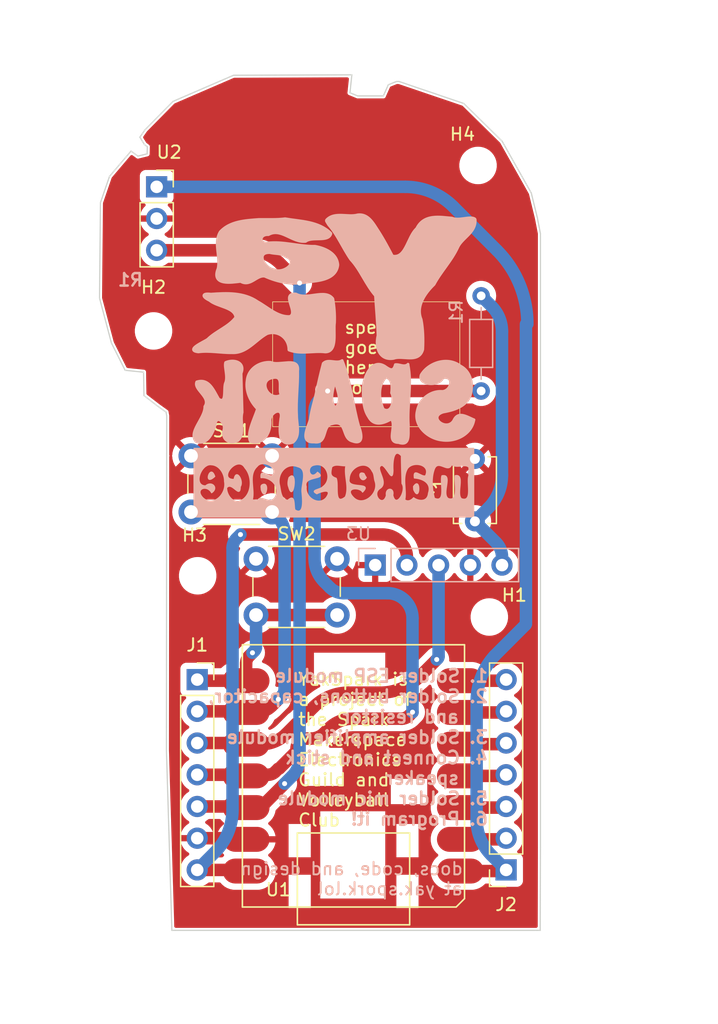
<source format=kicad_pcb>
(kicad_pcb (version 20221018) (generator pcbnew)
  (layers (0 "F.Cu" signal) (31 "B.Cu" signal) (34 "B.Paste" user) (35 "F.Paste" user) (36 "B.SilkS" user "B.Silkscreen") (37 "F.SilkS" user "F.Silkscreen") (38 "B.Mask" user) (39 "F.Mask" user) (44 "Edge.Cuts" user))
  (net 0 "")
  (net 1 "Net-(U3-A+)")
  (net 2 "GND")
  (net 3 "+5V")
  (net 4 "/D0")
  (net 5 "/D1")
  (net 6 "/D2")
  (net 7 "/D3")
  (net 8 "/D4")
  (net 9 "/D5")
  (net 10 "/D6")
  (net 11 "/D7")
  (net 12 "/D8")
  (net 13 "/D9")
  (net 14 "/D10")
  (net 15 "+3.3V")
  (footprint "Connector_PinSocket_2.54mm:PinSocket_1x07_P2.54mm_Vertical" (layer "F.Cu") (at 122.25 109.66 180)
    (fp_text reference "J2")
    (fp_text value "Conn_01x07_Socket")
  )
  (footprint "Button_Switch_THT:SW_PUSH_6mm" (layer "F.Cu") (at 97 76.5)
    (fp_text reference "SW1")
    (fp_text value "Say")
  )
  (footprint "Connector_PinSocket_2.54mm:PinSocket_1x07_P2.54mm_Vertical" (layer "F.Cu") (at 97.5 94.42)
    (fp_text reference "J1")
    (fp_text value "Conn_01x07_Socket")
  )
  (footprint "Button_Switch_THT:SW_PUSH_6mm" (layer "F.Cu") (at 102.212 84.75)
    (fp_text reference "SW2")
    (fp_text value "Play")
  )
  (footprint "xiao ESP32C3_PCB:MOUDLE14P-SMD-2.54-21X17.8MM" (layer "F.Cu") (at 118.9175 91.6307 180)
    (fp_text reference "U1")
    (fp_text value "MOUDLE-SEEEDUINO-XIAO-ESP32C3")
  )
  (footprint "MountingHole:MountingHole_2.5mm" (layer "F.Cu") (at 120 53.25)
    (fp_text reference "H4")
    (fp_text value "MountingHole")
  )
  (footprint "MountingHole:MountingHole_2.5mm" (layer "F.Cu") (at 120.904 89.408)
    (fp_text reference "H1")
    (fp_text value "MountingHole")
  )
  (footprint "Capacitor_THT:C_Disc_D5.1mm_W3.2mm_P5.00mm" (layer "F.Cu") (at 119.75 81.75 90)
    (fp_text reference "C1")
    (fp_text value "100 nF")
  )
  (footprint "MountingHole:MountingHole_2.5mm" (layer "F.Cu") (at 94 66.5)
    (fp_text reference "H2")
    (fp_text value "MountingHole")
  )
  (footprint "MountingHole:MountingHole_2.5mm" (layer "F.Cu") (at 97.536 86.106)
    (fp_text reference "H3")
    (fp_text value "MountingHole")
  )
  (footprint "Connector_PinSocket_2.54mm:PinSocket_1x03_P2.54mm_Vertical" (layer "F.Cu") (at 94.25 54.96)
    (fp_text reference "U2")
    (fp_text value "Electret Microphone Amp Module")
  )
  (footprint "Resistor_THT:R_Axial_DIN0204_L3.6mm_D1.6mm_P7.62mm_Horizontal" (layer "B.Cu") (at 120.25 71.31 90)
    (fp_text reference "R1")
    (fp_text value "100 ohms")
  )
  (footprint "Connector_PinHeader_2.54mm:PinHeader_1x05_P2.54mm_Vertical" (layer "B.Cu") (at 111.76 85.25 -90)
    (fp_text reference "U3")
    (fp_text value "Adafruit 2130 - PAM8302")
  )
  (gr_poly (pts (xy 104.409833 57.58598) (xy 104.279616 57.598383) (xy 104.018824 57.615785) (xy 103.75765 57.625126) (xy 103.496209 57.628584) (xy 102.450068 57.62709) (xy 102.047202 57.657446) (xy 101.634817 57.69451) (xy 101.427424 57.718582) (xy 101.220494 57.74796) (xy 101.014974 57.783854) (xy 100.811813 57.827475) (xy 100.611958 57.880031) (xy 100.416357 57.942733) (xy 100.225957 58.016791) (xy 100.041705 58.103415) (xy 99.952182 58.151816) (xy 99.864551 58.203813) (xy 99.778931 58.259557) (xy 99.69544 58.319197) (xy 99.614198 58.382887) (xy 99.535321 58.450777) (xy 99.45893 58.523018) (xy 99.385142 58.599761) (xy 99.338983 58.682032) (xy 99.298974 58.765536) (xy 99.264763 58.85021) (xy 99.236001 58.935988) (xy 99.212336 59.022806) (xy 99.193418 59.110599) (xy 99.178896 59.199303) (xy 99.16842 59.288852) (xy 99.158202 59.470229) (xy 99.159959 59.654213) (xy 99.170886 59.840286) (xy 99.188178 60.027931) (xy 99.230636 60.405867) (xy 99.250192 60.595123) (xy 99.264893 60.783881) (xy 99.271934 60.971623) (xy 99.268509 61.157832) (xy 99.251814 61.341991) (xy 99.237613 61.43314) (xy 99.219043 61.523582) (xy 99.174055 61.642348) (xy 99.140894 61.752117) (xy 99.119027 61.853215) (xy 99.107915 61.945968) (xy 99.107024 62.030703) (xy 99.115817 62.107744) (xy 99.133759 62.177418) (xy 99.160313 62.24005) (xy 99.194944 62.295967) (xy 99.237117 62.345494) (xy 99.286294 62.388958) (xy 99.34194 62.426684) (xy 99.40352 62.458998) (xy 99.470497 62.486226) (xy 99.542335 62.508694) (xy 99.6185 62.526728) (xy 99.781661 62.550796) (xy 99.955694 62.561039) (xy 100.136312 62.560063) (xy 100.319228 62.550476) (xy 100.674803 62.515896) (xy 100.988124 62.478156) (xy 101.058466 62.51733) (xy 101.127336 62.548402) (xy 101.194818 62.571848) (xy 101.260995 62.58814) (xy 101.325951 62.597753) (xy 101.38977 62.601162) (xy 101.452538 62.598839) (xy 101.514336 62.59126) (xy 101.575251 62.578898) (xy 101.635365 62.562228) (xy 101.694763 62.541723) (xy 101.753529 62.517858) (xy 101.811747 62.491107) (xy 101.869501 62.461943) (xy 101.983952 62.398275) (xy 102.210986 62.262854) (xy 102.324913 62.198685) (xy 102.44001 62.141935) (xy 102.498207 62.117527) (xy 102.556949 62.096396) (xy 102.61632 62.079015) (xy 102.676404 62.06586) (xy 102.737284 62.057404) (xy 102.799046 62.054121) (xy 102.861772 62.056485) (xy 102.925547 62.064971) (xy 103.129413 62.153219) (xy 103.335177 62.235049) (xy 103.542712 62.310131) (xy 103.751891 62.378135) (xy 103.96259 62.43873) (xy 104.174681 62.491588) (xy 104.388037 62.536376) (xy 104.602534 62.572766) (xy 104.818044 62.600428) (xy 105.034442 62.61903) (xy 105.2516 62.628243) (xy 105.469393 62.627737) (xy 105.687694 62.617182) (xy 105.906378 62.596247) (xy 106.125317 62.564603) (xy 106.344386 62.521918) (xy 106.692379 62.487537) (xy 106.877071 62.465979) (xy 107.065558 62.439572) (xy 107.255336 62.406865) (xy 107.443905 62.366405) (xy 107.628762 62.31674) (xy 107.719017 62.288002) (xy 107.807405 62.256417) (xy 107.893615 62.221806) (xy 107.977333 62.183985) (xy 108.058246 62.142774) (xy 108.136042 62.09799) (xy 108.210408 62.049454) (xy 108.281032 61.996982) (xy 108.3476 61.940393) (xy 108.4098 61.879506) (xy 108.467318 61.814139) (xy 108.519843 61.744111) (xy 108.567062 61.66924) (xy 108.608661 61.589344) (xy 108.644328 61.504243) (xy 108.673751 61.413754) (xy 108.696616 61.317697) (xy 108.712611 61.215888) (xy 108.704383 61.13298) (xy 108.691034 61.052898) (xy 108.67277 60.975606) (xy 108.667555 60.958686) (xy 105.09041 60.958686) (xy 105.088089 61.019418) (xy 105.076289 61.080009) (xy 105.055609 61.140092) (xy 105.02665 61.199298) (xy 104.990013 61.257258) (xy 104.946298 61.313603) (xy 104.896105 61.367965) (xy 104.840034 61.419975) (xy 104.778686 61.469265) (xy 104.712662 61.515466) (xy 104.642561 61.558209) (xy 104.568984 61.597126) (xy 104.492532 61.631849) (xy 104.413804 61.662008) (xy 104.333401 61.687235) (xy 104.251924 61.707161) (xy 104.169973 61.721418) (xy 104.088148 61.729638) (xy 104.00705 61.731451) (xy 103.927278 61.726488) (xy 103.849434 61.714383) (xy 103.774118 61.694765) (xy 103.70193 61.667266) (xy 103.624259 61.659072) (xy 103.546901 61.642939) (xy 103.470251 61.619411) (xy 103.394703 61.589033) (xy 103.320652 61.552351) (xy 103.248493 61.50991) (xy 103.17862 61.462255) (xy 103.111429 61.409932) (xy 103.047313 61.353485) (xy 102.986669 61.293459) (xy 102.92989 61.230401) (xy 102.877371 61.164854) (xy 102.829507 61.097365) (xy 102.786693 61.028479) (xy 102.749323 60.95874) (xy 102.717793 60.888694) (xy 102.692497 60.818886) (xy 102.67383 60.749861) (xy 102.662186 60.682165) (xy 102.65796 60.616343) (xy 102.661548 60.552939) (xy 102.673343 60.4925) (xy 102.693741 60.43557) (xy 102.723136 60.382694) (xy 102.761923 60.334418) (xy 102.810497 60.291287) (xy 102.869253 60.253846) (xy 102.938584 60.22264) (xy 103.018887 60.198214) (xy 103.110556 60.181115) (xy 103.213985 60.171886) (xy 103.32957 60.171073) (xy 103.408436 60.189697) (xy 103.487782 60.204773) (xy 103.567494 60.217056) (xy 103.647459 60.227302) (xy 103.967589 60.263042) (xy 104.047125 60.274446) (xy 104.126235 60.28835) (xy 104.204808 60.30551) (xy 104.28273 60.326682) (xy 104.359888 60.352622) (xy 104.43617 60.384087) (xy 104.511461 60.421832) (xy 104.548701 60.443295) (xy 104.58565 60.466613) (xy 104.695663 60.512019) (xy 104.790793 60.560602) (xy 104.87164 60.611994) (xy 104.938806 60.665826) (xy 104.992889 60.721729) (xy 105.03449 60.779335) (xy 105.064211 60.838276) (xy 105.082651 60.898182) (xy 105.09041 60.958686) (xy 108.667555 60.958686) (xy 108.649796 60.901064) (xy 108.622319 60.829235) (xy 108.590545 60.760081) (xy 108.55468 60.693564) (xy 108.514929 60.629645) (xy 108.471499 60.568287) (xy 108.424596 60.509451) (xy 108.374425 60.4531) (xy 108.321193 60.399196) (xy 108.265106 60.3477) (xy 108.20637 60.298575) (xy 108.081775 60.207283) (xy 107.949054 60.125017) (xy 107.809857 60.051473) (xy 107.665832 59.986345) (xy 107.518627 59.92933) (xy 107.369889 59.880124) (xy 107.221267 59.838422) (xy 107.07441 59.803919) (xy 106.930964 59.776313) (xy 106.692188 59.77577) (xy 106.453735 59.765929) (xy 106.215562 59.748335) (xy 105.977626 59.724533) (xy 105.502295 59.66449) (xy 105.027395 59.598163) (xy 104.552582 59.537917) (xy 104.3151 59.513938) (xy 104.077511 59.496116) (xy 103.839771 59.485997) (xy 103.601838 59.485126) (xy 103.363667 59.495049) (xy 103.125216 59.51731) (xy 103.052563 59.519115) (xy 102.985225 59.515843) (xy 102.923153 59.507831) (xy 102.866297 59.495418) (xy 102.814607 59.478942) (xy 102.768033 59.458742) (xy 102.726525 59.435157) (xy 102.690035 59.408524) (xy 102.658511 59.379181) (xy 102.631904 59.347468) (xy 102.610165 59.313723) (xy 102.593242 59.278283) (xy 102.581088 59.241488) (xy 102.573651 59.203676) (xy 102.570882 59.165184) (xy 102.572731 59.126352) (xy 102.579148 59.087518) (xy 102.590084 59.049021) (xy 102.605488 59.011197) (xy 102.625312 58.974387) (xy 102.649504 58.938928) (xy 102.678015 58.905159) (xy 102.710796 58.873417) (xy 102.747796 58.844043) (xy 102.788966 58.817372) (xy 102.834256 58.793746) (xy 102.883616 58.7735) (xy 102.936996 58.756975) (xy 102.994347 58.744508) (xy 103.055618 58.736437) (xy 103.12076 58.733102) (xy 103.189723 58.73484) (xy 103.286207 58.686225) (xy 103.381964 58.647595) (xy 103.477042 58.618375) (xy 103.571491 58.597987) (xy 103.665361 58.585857) (xy 103.7587 58.58141) (xy 103.851558 58.584068) (xy 103.943984 58.593258) (xy 104.036029 58.608402) (xy 104.12774 58.628925) (xy 104.219168 58.654253) (xy 104.310361 58.683808) (xy 104.492244 58.7533) (xy 104.673782 58.832795) (xy 105.037406 59.003377) (xy 105.220282 59.085252) (xy 105.404394 59.15871) (xy 105.590136 59.219145) (xy 105.683742 59.24304) (xy 105.777904 59.261952) (xy 105.872671 59.275306) (xy 105.968093 59.282525) (xy 106.064219 59.283035) (xy 106.161097 59.27626) (xy 106.214993 59.239931) (xy 106.272589 59.208479) (xy 106.333571 59.181536) (xy 106.39762 59.158736) (xy 106.464421 59.13971) (xy 106.533659 59.124091) (xy 106.605015 59.111513) (xy 106.678175 59.101606) (xy 106.828639 59.08834) (xy 106.98252 59.081355) (xy 107.290412 59.074465) (xy 107.439362 59.068682) (xy 107.581608 59.057421) (xy 107.71462 59.037743) (xy 107.776872 59.023828) (xy 107.835866 59.006707) (xy 107.891287 58.986012) (xy 107.942818 58.961375) (xy 107.990142 58.932429) (xy 108.032944 58.898807) (xy 108.070907 58.860141) (xy 108.103714 58.816063) (xy 108.13105 58.766207) (xy 108.152598 58.710204) (xy 108.061701 58.624675) (xy 107.968158 58.544539) (xy 107.87209 58.46958) (xy 107.773622 58.399581) (xy 107.569972 58.273591) (xy 107.358191 58.16483) (xy 107.139259 58.071561) (xy 106.91416 57.992044) (xy 106.683874 57.924541) (xy 106.449384 57.867313) (xy 106.21167 57.818622) (xy 105.971716 57.776729) (xy 105.489012 57.706383) (xy 105.009126 57.642366) (xy 104.539912 57.570769) (xy 104.539912 57.570747)) (stroke (width 0.332976)) (fill solid) (layer "B.SilkS"))
  (gr_poly (pts (xy 119.673424 73.615511) (xy 119.673434 73.615516) (xy 119.673434 73.615462)) (stroke (width 0.218334)) (fill solid) (layer "B.SilkS"))
  (gr_poly (pts (xy 114.389459 69.167313) (xy 114.38946 69.167312) (xy 114.38946 69.167309) (xy 114.38946 69.167306) (xy 114.38946 69.167304) (xy 114.389459 69.167302) (xy 114.389459 69.167299) (xy 114.389458 69.167297) (xy 114.389457 69.167295) (xy 114.389457 69.167294) (xy 114.389455 69.16729) (xy 114.389454 69.167287) (xy 114.389454 69.167286)) (stroke (width 0.213243)) (fill solid) (layer "B.SilkS"))
  (gr_poly (pts (xy 114.389453 69.167283) (xy 114.389453 69.167284) (xy 114.389453 69.167286) (xy 114.389454 69.167286) (xy 114.389453 69.167281)) (stroke (width 0.213243)) (fill solid) (layer "B.SilkS"))
  (gr_poly (pts (xy 100.23885 68.906569) (xy 100.171355 68.912482) (xy 100.103603 68.921874) (xy 100.035876 68.934743) (xy 99.968454 68.951085) (xy 99.901617 68.970897) (xy 99.835647 68.994176) (xy 99.770823 69.020919) (xy 99.760194 69.051941) (xy 99.752003 69.085528) (xy 99.742235 69.159871) (xy 99.740121 69.242888) (xy 99.744265 69.333517) (xy 99.753267 69.430699) (xy 99.765731 69.533372) (xy 99.795453 69.750954) (xy 99.822249 69.977778) (xy 99.831055 70.092005) (xy 99.834937 70.205362) (xy 99.832496 70.316788) (xy 99.822336 70.425222) (xy 99.813924 70.477986) (xy 99.803058 70.529605) (xy 99.789563 70.579945) (xy 99.773265 70.628875) (xy 99.754627 70.669628) (xy 99.738923 70.71555) (xy 99.725865 70.766127) (xy 99.715171 70.820845) (xy 99.699727 70.940642) (xy 99.690311 71.070829) (xy 99.680435 71.345908) (xy 99.675413 71.482571) (xy 99.667291 71.613162) (xy 99.65379 71.733567) (xy 99.644309 71.788664) (xy 99.632628 71.839671) (xy 99.618461 71.886074) (xy 99.601523 71.927358) (xy 99.581529 71.96301) (xy 99.558193 71.992514) (xy 99.531232 72.015357) (xy 99.500358 72.031024) (xy 99.465288 72.039001) (xy 99.425736 72.038772) (xy 99.381417 72.029825) (xy 99.332046 72.011644) (xy 99.277337 71.983716) (xy 99.217006 71.945525) (xy 98.912807 71.396896) (xy 98.831271 71.259229) (xy 98.745644 71.126146) (xy 98.654978 71.000043) (xy 98.60746 70.940357) (xy 98.558327 70.883313) (xy 98.50746 70.829212) (xy 98.45474 70.778352) (xy 98.400051 70.731033) (xy 98.343272 70.687554) (xy 98.284286 70.648214) (xy 98.222974 70.613312) (xy 98.159217 70.583149) (xy 98.092897 70.558023) (xy 98.023896 70.538233) (xy 97.952095 70.524079) (xy 97.877375 70.515861) (xy 97.799618 70.513877) (xy 97.718706 70.518426) (xy 97.63452 70.529809) (xy 97.546941 70.548324) (xy 97.455851 70.574271) (xy 97.434151 70.632645) (xy 97.421888 70.690973) (xy 97.418388 70.749282) (xy 97.422979 70.807597) (xy 97.434986 70.865946) (xy 97.453736 70.924353) (xy 97.478554 70.982846) (xy 97.508768 71.04145) (xy 97.543704 71.100193) (xy 97.582687 71.1591) (xy 97.670103 71.277511) (xy 97.863865 71.517458) (xy 97.959432 71.639414) (xy 98.046937 71.762973) (xy 98.085982 71.825418) (xy 98.12099 71.888343) (xy 98.151288 71.951773) (xy 98.176202 72.015734) (xy 98.195058 72.080254) (xy 98.207182 72.145358) (xy 98.211901 72.211072) (xy 98.208542 72.277423) (xy 98.19643 72.344438) (xy 98.174891 72.412141) (xy 98.143253 72.480559) (xy 98.10084 72.54972) (xy 98.099013 72.638934) (xy 98.089544 72.72895) (xy 98.073069 72.819677) (xy 98.050224 72.911024) (xy 98.021644 73.002901) (xy 97.987964 73.095217) (xy 97.907844 73.280805) (xy 97.814945 73.467065) (xy 97.714351 73.653271) (xy 97.5104 74.022624) (xy 97.417206 74.204323) (xy 97.336643 74.383071) (xy 97.302686 74.471112) (xy 97.273791 74.558144) (xy 97.250596 74.644076) (xy 97.233734 74.728817) (xy 97.22384 74.812278) (xy 97.221551 74.894366) (xy 97.227501 74.974993) (xy 97.242325 75.054067) (xy 97.266659 75.131498) (xy 97.301138 75.207195) (xy 97.346397 75.281068) (xy 97.403071 75.353026) (xy 97.482723 75.382305) (xy 97.560239 75.40398) (xy 97.63563 75.418357) (xy 97.708906 75.42574) (xy 97.780075 75.426434) (xy 97.849147 75.420745) (xy 97.916133 75.408978) (xy 97.981042 75.391438) (xy 98.043883 75.368429) (xy 98.104666 75.340258) (xy 98.163402 75.307228) (xy 98.220098 75.269645) (xy 98.274766 75.227815) (xy 98.327414 75.182041) (xy 98.378053 75.13263) (xy 98.426692 75.079886) (xy 98.518008 74.965619) (xy 98.601441 74.841683) (xy 98.677067 74.710516) (xy 98.744963 74.57456) (xy 98.805207 74.436256) (xy 98.857876 74.298043) (xy 98.903048 74.162362) (xy 98.940799 74.031653) (xy 98.948473 73.953294) (xy 98.960306 73.88395) (xy 98.975971 73.82331) (xy 98.995138 73.771062) (xy 99.01748 73.726896) (xy 99.042669 73.6905) (xy 99.070377 73.661563) (xy 99.100275 73.639773) (xy 99.132035 73.624818) (xy 99.16533 73.616388) (xy 99.19983 73.614171) (xy 99.235209 73.617856) (xy 99.271137 73.62713) (xy 99.307287 73.641684) (xy 99.343331 73.661206) (xy 99.37894 73.685383) (xy 99.413787 73.713905) (xy 99.447543 73.746461) (xy 99.47988 73.782738) (xy 99.51047 73.822426) (xy 99.538985 73.865214) (xy 99.565097 73.910789) (xy 99.588477 73.958841) (xy 99.608798 74.009057) (xy 99.625732 74.061128) (xy 99.63895 74.114741) (xy 99.648124 74.169585) (xy 99.652925 74.225348) (xy 99.653027 74.281719) (xy 99.648101 74.338388) (xy 99.637819 74.395042) (xy 99.621852 74.451369) (xy 99.607563 74.523873) (xy 99.598025 74.593826) (xy 99.593086 74.661182) (xy 99.592594 74.725895) (xy 99.596397 74.78792) (xy 99.604342 74.847208) (xy 99.616279 74.903714) (xy 99.632053 74.957392) (xy 99.651515 75.008195) (xy 99.67451 75.056076) (xy 99.700887 75.10099) (xy 99.730495 75.14289) (xy 99.76318 75.18173) (xy 99.798791 75.217462) (xy 99.837176 75.250042) (xy 99.878182 75.279422) (xy 99.921658 75.305556) (xy 99.967451 75.328398) (xy 100.015409 75.347901) (xy 100.06538 75.364019) (xy 100.117211 75.376706) (xy 100.170752 75.385914) (xy 100.225849 75.391599) (xy 100.282351 75.393713) (xy 100.340105 75.39221) (xy 100.39896 75.387044) (xy 100.458762 75.378168) (xy 100.519361 75.365536) (xy 100.580603 75.349101) (xy 100.642338 75.328818) (xy 100.704411 75.304639) (xy 100.766673 75.276519) (xy 100.82048 75.221846) (xy 100.868313 75.165042) (xy 100.910488 75.106219) (xy 100.947325 75.045488) (xy 100.979143 74.982961) (xy 101.006261 74.918751) (xy 101.028996 74.852969) (xy 101.047667 74.785727) (xy 101.062594 74.717137) (xy 101.074095 74.647311) (xy 101.088093 74.504399) (xy 101.092209 74.357886) (xy 101.088995 74.208666) (xy 101.053806 73.602633) (xy 101.052172 73.453312) (xy 101.058502 73.306657) (xy 101.075345 73.163563) (xy 101.088505 73.093631) (xy 101.10525 73.024924) (xy 101.105251 73.024924) (xy 101.105252 73.024924) (xy 101.105252 73.024925) (xy 101.105253 73.024925) (xy 101.105254 73.024925) (xy 101.105255 73.024925) (xy 101.105256 73.024926) (xy 101.105257 73.024926) (xy 101.105258 73.024926) (xy 101.105258 73.024927) (xy 101.105259 73.024927) (xy 101.10526 73.024927) (xy 101.105261 73.024928) (xy 101.105262 73.024929) (xy 101.105263 73.02493) (xy 101.105264 73.024931) (xy 101.105265 73.024932) (xy 101.021838 69.89891) (xy 101.051981 69.816801) (xy 101.074849 69.738251) (xy 101.090725 69.663256) (xy 101.099888 69.591815) (xy 101.10262 69.523922) (xy 101.0992 69.459576) (xy 101.08991 69.398774) (xy 101.07503 69.341511) (xy 101.054842 69.287784) (xy 101.029625 69.237591) (xy 100.99966 69.190929) (xy 100.965229 69.147794) (xy 100.926611 69.108183) (xy 100.884088 69.072093) (xy 100.83794 69.03952) (xy 100.788448 69.010462) (xy 100.735893 68.984915) (xy 100.680555 68.962877) (xy 100.622714 68.944343) (xy 100.562653 68.929311) (xy 100.500651 68.917778) (xy 100.436989 68.909741) (xy 100.371947 68.905196) (xy 100.305807 68.904139)) (stroke (width 0.207953)) (fill solid) (layer "B.SilkS"))
  (gr_poly (pts (xy 103.142021 69.001841) (xy 103.057632 69.008593) (xy 102.890681 69.032969) (xy 102.727196 69.071467) (xy 102.568408 69.123638) (xy 102.415549 69.189032) (xy 102.341729 69.226548) (xy 102.269854 69.267201) (xy 102.200077 69.310936) (xy 102.132553 69.357696) (xy 102.067436 69.407424) (xy 102.00488 69.460066) (xy 101.945038 69.515565) (xy 101.888066 69.573864) (xy 101.834117 69.634907) (xy 101.783345 69.698639) (xy 101.735904 69.765002) (xy 101.691949 69.833942) (xy 101.651633 69.905402) (xy 101.61511 69.979325) (xy 101.582535 70.055656) (xy 101.554061 70.134338) (xy 101.529843 70.215316) (xy 101.510035 70.298532) (xy 101.49479 70.383931) (xy 101.484263 70.471458) (xy 101.465241 70.627962) (xy 101.457764 70.784465) (xy 101.461383 70.940553) (xy 101.475646 71.095812) (xy 101.500102 71.249826) (xy 101.534302 71.402183) (xy 101.577794 71.552466) (xy 101.630128 71.700263) (xy 101.690853 71.845158) (xy 101.759519 71.986738) (xy 101.835674 72.124587) (xy 101.918869 72.258292) (xy 102.008653 72.387437) (xy 102.104574 72.51161) (xy 102.206183 72.630394) (xy 102.313029 72.743377) (xy 102.261756 72.895535) (xy 102.203245 73.05595) (xy 102.072615 73.395776) (xy 101.937355 73.751311) (xy 101.873056 73.93136) (xy 101.81368 74.111007) (xy 101.761253 74.288807) (xy 101.717804 74.463319) (xy 101.685358 74.633097) (xy 101.665943 74.7967) (xy 101.661585 74.952684) (xy 101.665687 75.027368) (xy 101.674312 75.099605) (xy 101.687716 75.169217) (xy 101.706151 75.236021) (xy 101.72987 75.299838) (xy 101.759127 75.360488) (xy 101.861365 75.387236) (xy 101.960519 75.405718) (xy 102.056559 75.41624) (xy 102.149453 75.419109) (xy 102.239169 75.414629) (xy 102.325676 75.403107) (xy 102.408943 75.384848) (xy 102.488937 75.360157) (xy 102.565627 75.32934) (xy 102.638983 75.292704) (xy 102.708972 75.250552) (xy 102.775563 75.203192) (xy 102.838724 75.150929) (xy 102.898424 75.094069) (xy 102.954631 75.032916) (xy 103.007314 74.967777) (xy 103.056442 74.898958) (xy 103.101982 74.826764) (xy 103.143904 74.7515) (xy 103.182176 74.673473) (xy 103.216766 74.592987) (xy 103.247643 74.51035) (xy 103.274775 74.425865) (xy 103.298131 74.33984) (xy 103.317679 74.252579) (xy 103.333388 74.164388) (xy 103.345226 74.075573) (xy 103.353163 73.98644) (xy 103.357165 73.897294) (xy 103.357203 73.80844) (xy 103.353243 73.720185) (xy 103.345256 73.632835) (xy 103.352224 73.571911) (xy 103.364434 73.512571) (xy 103.381486 73.455029) (xy 103.402979 73.399495) (xy 103.428513 73.346182) (xy 103.457689 73.295301) (xy 103.490105 73.247065) (xy 103.525362 73.201684) (xy 103.563059 73.159372) (xy 103.602796 73.12034) (xy 103.644173 73.0848) (xy 103.686789 73.052963) (xy 103.730244 73.025042) (xy 103.774138 73.001249) (xy 103.818071 72.981796) (xy 103.861642 72.966893) (xy 103.904451 72.956754) (xy 103.946098 72.95159) (xy 103.986183 72.951614) (xy 104.024305 72.957036) (xy 104.060064 72.968069) (xy 104.09306 72.984925) (xy 104.122892 73.007816) (xy 104.149161 73.036953) (xy 104.171466 73.072548) (xy 104.189406 73.114814) (xy 104.202582 73.163963) (xy 104.210594 73.220205) (xy 104.21304 73.283754) (xy 104.209521 73.35482) (xy 104.199636 73.433616) (xy 104.182986 73.520354) (xy 104.146777 73.838894) (xy 104.130889 74.01636) (xy 104.119502 74.200469) (xy 104.114882 74.387105) (xy 104.119297 74.572153) (xy 104.135014 74.751495) (xy 104.164301 74.921016) (xy 104.184741 75.000807) (xy 104.209424 75.0766) (xy 104.238632 75.147879) (xy 104.27265 75.214131) (xy 104.31176 75.27484) (xy 104.356247 75.329492) (xy 104.406393 75.377573) (xy 104.462482 75.418569) (xy 104.524797 75.451964) (xy 104.593622 75.477244) (xy 104.66924 75.493895) (xy 104.751934 75.501402) (xy 104.841988 75.499251) (xy 104.939686 75.486927) (xy 105.04531 75.463915) (xy 105.159144 75.429702) (xy 105.218284 75.381063) (xy 105.271723 75.3299) (xy 105.319714 75.276342) (xy 105.362511 75.220516) (xy 105.400364 75.162551) (xy 105.433528 75.102575) (xy 105.462253 75.040715) (xy 105.486793 74.977101) (xy 105.5074 74.91186) (xy 105.524326 74.845121) (xy 105.537824 74.777011) (xy 105.548147 74.707659) (xy 105.560274 74.565742) (xy 105.562728 74.420393) (xy 105.557527 74.272639) (xy 105.546691 74.123505) (xy 105.516193 73.825197) (xy 105.48739 73.533672) (xy 105.478672 73.393017) (xy 105.476435 73.257133) (xy 105.466133 73.035216) (xy 105.461052 72.813398) (xy 105.46385 72.369997) (xy 105.479421 71.926817) (xy 105.495551 71.615226) (xy 104.215472 71.615226) (xy 104.123039 71.662471) (xy 104.031413 71.696776) (xy 103.940977 71.718855) (xy 103.852117 71.729423) (xy 103.765218 71.729194) (xy 103.680665 71.718884) (xy 103.598843 71.699206) (xy 103.520136 71.670877) (xy 103.44493 71.63461) (xy 103.37361 71.59112) (xy 103.306561 71.541122) (xy 103.244167 71.48533) (xy 103.186815 71.42446) (xy 103.134887 71.359226) (xy 103.088771 71.290343) (xy 103.04885 71.218525) (xy 103.01551 71.144488) (xy 102.989135 71.068945) (xy 102.970111 70.992612) (xy 102.958822 70.916204) (xy 102.955654 70.840434) (xy 102.960992 70.766019) (xy 102.97522 70.693672) (xy 102.998723 70.624108) (xy 103.031887 70.558042) (xy 103.075097 70.496189) (xy 103.128737 70.439263) (xy 103.193192 70.38798) (xy 103.268848 70.343053) (xy 103.356089 70.305198) (xy 103.4553 70.27513) (xy 103.566867 70.253562) (xy 103.646804 70.239651) (xy 103.718882 70.233036) (xy 103.783501 70.233351) (xy 103.841063 70.240232) (xy 103.891969 70.253314) (xy 103.93662 70.27223) (xy 103.975416 70.296615) (xy 104.008758 70.326105) (xy 104.037049 70.360333) (xy 104.060687 70.398935) (xy 104.080076 70.441545) (xy 104.095614 70.487798) (xy 104.107704 70.537328) (xy 104.116747 70.58977) (xy 104.123142 70.64476) (xy 104.127292 70.70193) (xy 104.130459 70.821354) (xy 104.129455 70.94512) (xy 104.127765 71.193987) (xy 104.133494 71.313243) (xy 104.139406 71.370298) (xy 104.147883 71.42515) (xy 104.159328 71.477434) (xy 104.17414 71.526785) (xy 104.192721 71.572837) (xy 104.215472 71.615226) (xy 105.495551 71.615226) (xy 105.502357 71.483747) (xy 105.5487 70.597482) (xy 105.561291 70.154063) (xy 105.559619 69.710303) (xy 105.559619 69.710288) (xy 105.569207 69.601534) (xy 105.568706 69.504345) (xy 105.558628 69.418123) (xy 105.539484 69.342271) (xy 105.511784 69.276192) (xy 105.47604 69.219289) (xy 105.432763 69.170965) (xy 105.382463 69.130622) (xy 105.325651 69.097663) (xy 105.262839 69.071491) (xy 105.194537 69.051509) (xy 105.121256 69.037119) (xy 105.043508 69.027724) (xy 104.961803 69.022728) (xy 104.788566 69.02354) (xy 104.039541 69.083261) (xy 103.858704 69.08842) (xy 103.772058 69.08625) (xy 103.688609 69.080116) (xy 103.608867 69.069422) (xy 103.533344 69.05357) (xy 103.462551 69.031963) (xy 103.396998 69.004005) (xy 103.311859 68.999491) (xy 103.226815 68.998789)) (stroke (width 0.200021)) (fill solid) (layer "B.SilkS"))
  (gr_poly (pts (xy 117.326596 68.922459) (xy 117.213947 68.930524) (xy 117.101554 68.944247) (xy 116.989695 68.963504) (xy 116.878647 68.988174) (xy 116.768687 69.018132) (xy 116.660095 69.053257) (xy 116.553146 69.093426) (xy 116.44812 69.138516) (xy 116.345293 69.188404) (xy 116.244944 69.242967) (xy 116.14735 69.302083) (xy 116.05279 69.365628) (xy 115.961539 69.433481) (xy 115.873878 69.505517) (xy 115.790082 69.581615) (xy 115.71043 69.661652) (xy 115.6352 69.745504) (xy 115.564668 69.83305) (xy 115.499114 69.924166) (xy 115.438815 70.018729) (xy 115.416731 70.094433) (xy 115.40592 70.166068) (xy 115.405747 70.233599) (xy 115.415578 70.296993) (xy 115.43478 70.356215) (xy 115.462718 70.411231) (xy 115.498759 70.462006) (xy 115.542269 70.508507) (xy 115.592613 70.550699) (xy 115.649158 70.588548) (xy 115.711269 70.62202) (xy 115.778313 70.65108) (xy 115.849656 70.675694) (xy 115.924663 70.695828) (xy 116.002701 70.711447) (xy 116.083135 70.722518) (xy 116.165333 70.729006) (xy 116.248659 70.730877) (xy 116.33248 70.728096) (xy 116.416161 70.72063) (xy 116.49907 70.708444) (xy 116.580571 70.691503) (xy 116.660031 70.669774) (xy 116.736816 70.643223) (xy 116.810292 70.611814) (xy 116.879825 70.575514) (xy 116.944781 70.534289) (xy 117.004525 70.488104) (xy 117.058425 70.436925) (xy 117.105845 70.380718) (xy 117.146153 70.319448) (xy 117.178714 70.253081) (xy 117.264941 70.237524) (xy 117.344158 70.230028) (xy 117.416503 70.230108) (xy 117.482113 70.237278) (xy 117.541128 70.25105) (xy 117.593684 70.27094) (xy 117.639919 70.29646) (xy 117.679973 70.327125) (xy 117.713981 70.362448) (xy 117.742083 70.401943) (xy 117.764417 70.445124) (xy 117.781119 70.491504) (xy 117.792329 70.540598) (xy 117.798184 70.591919) (xy 117.798823 70.644981) (xy 117.794382 70.699298) (xy 117.785 70.754383) (xy 117.770815 70.809751) (xy 117.751965 70.864915) (xy 117.728588 70.919389) (xy 117.700822 70.972686) (xy 117.668804 71.024321) (xy 117.632673 71.073807) (xy 117.592567 71.120658) (xy 117.548623 71.164388) (xy 117.500979 71.20451) (xy 117.449774 71.240539) (xy 117.395145 71.271988) (xy 117.337231 71.298371) (xy 117.276168 71.319202) (xy 117.212096 71.333994) (xy 117.145152 71.342261) (xy 117.05621 71.337221) (xy 116.96767 71.336697) (xy 116.879659 71.340585) (xy 116.792303 71.348781) (xy 116.705728 71.361183) (xy 116.620061 71.377685) (xy 116.535429 71.398186) (xy 116.451957 71.42258) (xy 116.369772 71.450765) (xy 116.289 71.482637) (xy 116.209768 71.518092) (xy 116.132203 71.557026) (xy 116.05643 71.599336) (xy 115.982576 71.644918) (xy 115.910768 71.693668) (xy 115.841131 71.745483) (xy 115.773793 71.80026) (xy 115.708879 71.857894) (xy 115.646517 71.918282) (xy 115.586832 71.98132) (xy 115.529951 72.046905) (xy 115.476 72.114933) (xy 115.425106 72.1853) (xy 115.377395 72.257902) (xy 115.332993 72.332637) (xy 115.292028 72.4094) (xy 115.254625 72.488087) (xy 115.22091 72.568596) (xy 115.191011 72.650822) (xy 115.165053 72.734662) (xy 115.143163 72.820012) (xy 115.125468 72.906768) (xy 115.100963 73.018585) (xy 115.084909 73.129246) (xy 115.077017 73.238617) (xy 115.077003 73.346562) (xy 115.08458 73.452948) (xy 115.099463 73.557639) (xy 115.121364 73.6605) (xy 115.149998 73.761396) (xy 115.185079 73.860193) (xy 115.22632 73.956756) (xy 115.273436 74.050949) (xy 115.32614 74.142639) (xy 115.384146 74.23169) (xy 115.447168 74.317967) (xy 115.51492 74.401336) (xy 115.587115 74.481662) (xy 115.663468 74.558809) (xy 115.743692 74.632644) (xy 115.827502 74.70303) (xy 115.91461 74.769834) (xy 116.004732 74.832921) (xy 116.09758 74.892155) (xy 116.192869 74.947401) (xy 116.290313 74.998526) (xy 116.389625 75.045394) (xy 116.490519 75.08787) (xy 116.592709 75.12582) (xy 116.695909 75.159108) (xy 116.799833 75.1876) (xy 116.904194 75.211161) (xy 117.008707 75.229656) (xy 117.113086 75.24295) (xy 117.216467 75.255989) (xy 117.320637 75.264432) (xy 117.425366 75.268328) (xy 117.530424 75.267724) (xy 117.635582 75.262666) (xy 117.740611 75.253202) (xy 117.84528 75.239379) (xy 117.949359 75.221245) (xy 118.05262 75.198847) (xy 118.154833 75.172231) (xy 118.255767 75.141446) (xy 118.355194 75.106539) (xy 118.452883 75.067556) (xy 118.548605 75.024545) (xy 118.64213 74.977554) (xy 118.733229 74.926629) (xy 118.821672 74.871818) (xy 118.90723 74.813169) (xy 118.989672 74.750727) (xy 119.068769 74.684542) (xy 119.144291 74.614659) (xy 119.21601 74.541127) (xy 119.283694 74.463992) (xy 119.347115 74.383302) (xy 119.406042 74.299103) (xy 119.460247 74.211444) (xy 119.509499 74.120372) (xy 119.553569 74.025933) (xy 119.592227 73.928176) (xy 119.625244 73.827147) (xy 119.652389 73.722893) (xy 119.673424 73.615511) (xy 119.201363 73.399659) (xy 119.085858 73.351574) (xy 118.972289 73.30985) (xy 118.916376 73.292001) (xy 118.86112 73.276493) (xy 118.806581 73.263578) (xy 118.752816 73.253507) (xy 118.699883 73.246529) (xy 118.647841 73.242896) (xy 118.596748 73.242859) (xy 118.546661 73.246667) (xy 118.49764 73.254571) (xy 118.449741 73.266822) (xy 118.403023 73.283672) (xy 118.357544 73.305369) (xy 118.313363 73.332165) (xy 118.270537 73.36431) (xy 118.229125 73.402056) (xy 118.189184 73.445652) (xy 118.150773 73.495349) (xy 118.113949 73.551398) (xy 118.078772 73.61405) (xy 118.045298 73.683555) (xy 117.989411 73.762068) (xy 117.92862 73.828836) (xy 117.863605 73.884388) (xy 117.795047 73.929255) (xy 117.723627 73.963967) (xy 117.650026 73.989053) (xy 117.574923 74.005044) (xy 117.499001 74.01247) (xy 117.422939 74.011861) (xy 117.347418 74.003747) (xy 117.27312 73.988657) (xy 117.200725 73.967122) (xy 117.130912 73.939673) (xy 117.064365 73.906838) (xy 117.001762 73.869148) (xy 116.943785 73.827133) (xy 116.891114 73.781324) (xy 116.84443 73.732249) (xy 116.804414 73.680439) (xy 116.771746 73.626425) (xy 116.747108 73.570736) (xy 116.73118 73.513902) (xy 116.724642 73.456453) (xy 116.728176 73.39892) (xy 116.742462 73.341832) (xy 116.768181 73.285719) (xy 116.806013 73.231111) (xy 116.856639 73.178539) (xy 116.920741 73.128533) (xy 116.998998 73.081622) (xy 117.092091 73.038336) (xy 117.200702 72.999206) (xy 117.362767 72.968738) (xy 117.526247 72.934798) (xy 117.690089 72.896633) (xy 117.85324 72.853491) (xy 118.014645 72.804619) (xy 118.173253 72.749265) (xy 118.328009 72.686676) (xy 118.47786 72.6161) (xy 118.550618 72.577582) (xy 118.621754 72.536785) (xy 118.691137 72.493614) (xy 118.758636 72.447977) (xy 118.824119 72.399779) (xy 118.887454 72.348925) (xy 118.94851 72.295322) (xy 119.007154 72.238876) (xy 119.063256 72.179492) (xy 119.116684 72.117077) (xy 119.167305 72.051536) (xy 119.214989 71.982776) (xy 119.259603 71.910703) (xy 119.301016 71.835221) (xy 119.339097 71.756238) (xy 119.373713 71.673659) (xy 119.416885 71.512367) (xy 119.449772 71.347292) (xy 119.471957 71.179634) (xy 119.483026 71.010596) (xy 119.482561 70.841377) (xy 119.477874 70.757076) (xy 119.470147 70.673181) (xy 119.459329 70.589841) (xy 119.445368 70.507206) (xy 119.428211 70.425428) (xy 119.407806 70.344656) (xy 119.384102 70.26504) (xy 119.357047 70.186731) (xy 119.326588 70.109878) (xy 119.292674 70.034632) (xy 119.255252 69.961143) (xy 119.214271 69.889561) (xy 119.169678 69.820036) (xy 119.121422 69.752718) (xy 119.069449 69.687758) (xy 119.01371 69.625306) (xy 118.954151 69.565511) (xy 118.89072 69.508524) (xy 118.823365 69.454496) (xy 118.752035 69.403575) (xy 118.676677 69.355913) (xy 118.597239 69.31166) (xy 118.503184 69.242257) (xy 118.406051 69.179986) (xy 118.306119 69.124722) (xy 118.203666 69.076344) (xy 118.09897 69.034728) (xy 117.992307 68.999753) (xy 117.883956 68.971294) (xy 117.774194 68.94923) (xy 117.663299 68.933437) (xy 117.55155 68.923792) (xy 117.439223 68.920174)) (stroke (width 0.218334)) (fill solid) (layer "B.SilkS"))
  (gr_poly (pts (xy 105.070258 78.106717) (xy 105.058296 78.10819) (xy 105.045954 78.110717) (xy 105.033229 78.114321) (xy 105.020117 78.119024) (xy 105.006613 78.124847) (xy 104.992716 78.131812) (xy 104.97842 78.139941) (xy 104.963723 78.149257) (xy 104.948621 78.159781) (xy 104.93311 78.171535) (xy 104.917187 78.184541) (xy 104.900848 78.198822) (xy 104.884089 78.214398) (xy 104.866907 78.231292) (xy 104.849299 78.249526) (xy 104.824245 78.340648) (xy 104.812818 78.387021) (xy 104.802393 78.43382) (xy 104.793175 78.480958) (xy 104.785365 78.528347) (xy 104.779166 78.5759) (xy 104.77478 78.62353) (xy 104.77241 78.671151) (xy 104.772259 78.718676) (xy 104.77453 78.766016) (xy 104.779423 78.813086) (xy 104.787144 78.859798) (xy 104.797893 78.906065) (xy 104.811873 78.951801) (xy 104.829287 78.996917) (xy 104.859587 79.100744) (xy 104.889932 79.186188) (xy 104.920173 79.254238) (xy 104.950162 79.305882) (xy 104.97975 79.342111) (xy 105.008786 79.363912) (xy 105.037123 79.372274) (xy 105.06461 79.368187) (xy 105.0911 79.352639) (xy 105.116442 79.326619) (xy 105.140487 79.291117) (xy 105.163087 79.247119) (xy 105.203353 79.137598) (xy 105.236048 79.005967) (xy 105.259977 78.860137) (xy 105.273947 78.708019) (xy 105.276767 78.557523) (xy 105.267242 78.416562) (xy 105.257477 78.352129) (xy 105.244179 78.293046) (xy 105.227198 78.240301) (xy 105.206386 78.194885) (xy 105.181593 78.157786) (xy 105.152669 78.129992) (xy 105.119467 78.112493) (xy 105.081837 78.106277)) (stroke (width 0.08831)) (fill solid) (layer "B.SilkS"))
  (gr_poly (pts (xy 115.072961 78.741392) (xy 115.060064 78.743603) (xy 115.046711 78.747342) (xy 115.032898 78.752658) (xy 115.018622 78.759601) (xy 115.00388 78.768219) (xy 114.988668 78.778562) (xy 114.972983 78.790679) (xy 114.956822 78.804619) (xy 114.940181 78.820432) (xy 114.923057 78.838166) (xy 114.905447 78.857871) (xy 114.887347 78.879596) (xy 114.868753 78.90339) (xy 114.849663 78.929302) (xy 114.830073 78.957381) (xy 114.845889 79.212722) (xy 114.883915 79.294257) (xy 114.920297 79.362675) (xy 114.955002 79.418666) (xy 114.987998 79.46292) (xy 115.019253 79.496129) (xy 115.048733 79.518983) (xy 115.076406 79.532172) (xy 115.102239 79.536386) (xy 115.126199 79.532317) (xy 115.148255 79.520655) (xy 115.168372 79.50209) (xy 115.18652 79.477314) (xy 115.202664 79.447015) (xy 115.216773 79.411886) (xy 115.228813 79.372616) (xy 115.238752 79.329896) (xy 115.252197 79.236869) (xy 115.256847 79.138328) (xy 115.252439 79.039798) (xy 115.238713 78.946803) (xy 115.228275 78.904108) (xy 115.215408 78.864868) (xy 115.200082 78.829774) (xy 115.182263 78.799516) (xy 115.161919 78.774786) (xy 115.139016 78.756272) (xy 115.113523 78.744667) (xy 115.085406 78.740661)) (stroke (width 0.08831)) (fill solid) (layer "B.SilkS"))
  (gr_poly (pts (xy 109.070462 68.888947) (xy 109.025835 68.910958) (xy 108.980106 68.928965) (xy 108.933366 68.943279) (xy 108.885708 68.95421) (xy 108.837225 68.962068) (xy 108.788007 68.967163) (xy 108.738148 68.969804) (xy 108.636874 68.968968) (xy 108.534139 68.962038) (xy 108.327234 68.939818) (xy 108.224539 68.929487) (xy 108.123332 68.922981) (xy 108.024349 68.922782) (xy 107.975923 68.925821) (xy 107.928329 68.931367) (xy 107.88166 68.939729) (xy 107.836008 68.951218) (xy 107.791465 68.966142) (xy 107.748123 68.984813) (xy 107.706074 69.00754) (xy 107.665411 69.034632) (xy 107.626226 69.066401) (xy 107.58861 69.103156) (xy 107.443759 69.662222) (xy 107.307329 70.227917) (xy 107.177118 70.796818) (xy 107.050921 71.365501) (xy 106.988941 71.645984) (xy 106.920247 71.92447) (xy 106.776062 72.478361) (xy 106.707242 72.755223) (xy 106.64505 73.033001) (xy 106.592824 73.312422) (xy 106.571489 73.452976) (xy 106.553897 73.594215) (xy 106.511212 73.717679) (xy 106.4608 73.853335) (xy 106.350552 74.149558) (xy 106.297595 74.304291) (xy 106.250666 74.459551) (xy 106.213206 74.61242) (xy 106.199102 74.687047) (xy 106.188654 74.759983) (xy 106.182292 74.830863) (xy 106.180447 74.899323) (xy 106.183549 74.964999) (xy 106.192027 75.027524) (xy 106.20631 75.086536) (xy 106.22683 75.14167) (xy 106.254016 75.19256) (xy 106.288297 75.238843) (xy 106.330104 75.280154) (xy 106.379866 75.316128) (xy 106.438014 75.346401) (xy 106.504977 75.370609) (xy 106.581185 75.388386) (xy 106.667068 75.399368) (xy 106.763056 75.403191) (xy 106.869578 75.399489) (xy 106.969906 75.411588) (xy 107.061186 75.414211) (xy 107.143969 75.40793) (xy 107.218809 75.393321) (xy 107.286256 75.370959) (xy 107.346864 75.341416) (xy 107.401186 75.305267) (xy 107.449772 75.263087) (xy 107.493176 75.21545) (xy 107.53195 75.162929) (xy 107.566647 75.1061) (xy 107.597818 75.045536) (xy 107.651793 74.915502) (xy 107.698295 74.77742) (xy 107.786554 74.495488) (xy 107.837148 74.360826) (xy 107.865994 74.297081) (xy 107.897942 74.236491) (xy 107.933546 74.179632) (xy 107.973357 74.127078) (xy 108.017928 74.079402) (xy 108.067811 74.037179) (xy 108.123558 74.000984) (xy 108.185721 73.971389) (xy 108.254854 73.948971) (xy 108.331507 73.934302) (xy 108.439642 73.907417) (xy 108.538387 73.890895) (xy 108.628306 73.884154) (xy 108.709964 73.886613) (xy 108.783925 73.897691) (xy 108.850754 73.916805) (xy 108.911014 73.943376) (xy 108.965269 73.976821) (xy 109.014085 74.016559) (xy 109.058025 74.062009) (xy 109.097654 74.11259) (xy 109.133535 74.167719) (xy 109.166234 74.226816) (xy 109.196314 74.289299) (xy 109.250875 74.422098) (xy 109.353402 74.702752) (xy 109.410396 74.841303) (xy 109.4423 74.908101) (xy 109.477228 74.972471) (xy 109.515745 75.033832) (xy 109.558414 75.091603) (xy 109.6058 75.145202) (xy 109.658467 75.194048) (xy 109.716979 75.23756) (xy 109.781901 75.275156) (xy 109.853796 75.306255) (xy 109.93323 75.330276) (xy 110.020541 75.3591) (xy 110.100965 75.380231) (xy 110.174731 75.394008) (xy 110.242068 75.400774) (xy 110.303207 75.400869) (xy 110.358375 75.394637) (xy 110.407802 75.382417) (xy 110.451717 75.364552) (xy 110.490349 75.341384) (xy 110.523928 75.313253) (xy 110.552683 75.280501) (xy 110.576842 75.24347) (xy 110.596635 75.202501) (xy 110.612291 75.157936) (xy 110.62404 75.110117) (xy 110.632109 75.059384) (xy 110.63673 75.00608) (xy 110.63813 74.950546) (xy 110.632185 74.834154) (xy 110.616109 74.71294) (xy 110.591734 74.589636) (xy 110.560894 74.466975) (xy 110.525423 74.34769) (xy 110.487152 74.234511) (xy 110.447917 74.130172) (xy 110.359009 73.802436) (xy 110.27707 73.47278) (xy 110.128756 72.809183) (xy 109.957247 71.967264) (xy 108.869181 71.967264) (xy 108.867408 72.031104) (xy 108.862139 72.093943) (xy 108.853104 72.155667) (xy 108.840036 72.216163) (xy 108.822664 72.275319) (xy 108.80072 72.333019) (xy 108.773934 72.389152) (xy 108.742039 72.443604) (xy 108.704765 72.496261) (xy 108.661842 72.547011) (xy 108.613003 72.595739) (xy 108.557978 72.642333) (xy 108.516081 72.596626) (xy 108.478351 72.548047) (xy 108.444641 72.496758) (xy 108.414803 72.442921) (xy 108.388686 72.386699) (xy 108.366145 72.328253) (xy 108.347029 72.267745) (xy 108.33119 72.205339) (xy 108.308751 72.075479) (xy 108.297639 71.93997) (xy 108.296668 71.800111) (xy 108.30465 71.657198) (xy 108.320397 71.512531) (xy 108.342721 71.367406) (xy 108.370434 71.223122) (xy 108.40235 71.080977) (xy 108.474038 70.808296) (xy 108.548281 70.559745) (xy 108.584575 70.654761) (xy 108.609809 70.776152) (xy 108.641498 70.902151) (xy 108.715633 71.16435) (xy 108.789767 71.434104) (xy 108.821455 71.569548) (xy 108.846687 71.70416) (xy 108.863313 71.837034) (xy 108.867726 71.902536) (xy 108.869181 71.967264) (xy 109.957247 71.967264) (xy 109.857004 71.475185) (xy 109.712201 70.810688) (xy 109.547204 70.151795) (xy 109.453795 69.825373) (xy 109.351332 69.501459) (xy 109.238479 69.180422) (xy 109.113902 68.862632) (xy 109.113894 68.862624)) (stroke (width 0.209358)) (fill solid) (layer "B.SilkS"))
  (gr_poly (pts (xy 102.850587 78.773534) (xy 102.842555 78.773894) (xy 102.834355 78.774549) (xy 102.825985 78.775505) (xy 102.817446 78.776765) (xy 102.808735 78.778334) (xy 102.799852 78.780217) (xy 102.790796 78.78242) (xy 102.781564 78.784945) (xy 102.772157 78.787799) (xy 102.762573 78.790986) (xy 102.752811 78.794511) (xy 102.74287 78.798378) (xy 102.732748 78.802592) (xy 102.722445 78.807159) (xy 102.70636 78.814783) (xy 102.691833 78.823022) (xy 102.678794 78.831844) (xy 102.667171 78.841223) (xy 102.656895 78.851129) (xy 102.647893 78.861534) (xy 102.640096 78.872407) (xy 102.633432 78.883722) (xy 102.62783 78.895449) (xy 102.623221 78.907559) (xy 102.619533 78.920024) (xy 102.616694 78.932814) (xy 102.614636 78.945901) (xy 102.613285 78.959257) (xy 102.612428 78.986657) (xy 102.613554 79.014785) (xy 102.616099 79.043411) (xy 102.623178 79.101234) (xy 102.626578 79.129971) (xy 102.629131 79.158285) (xy 102.63027 79.185945) (xy 102.629428 79.212722) (xy 102.658055 79.296508) (xy 102.686884 79.367201) (xy 102.71576 79.42548) (xy 102.744524 79.472027) (xy 102.77302 79.50752) (xy 102.801089 79.532641) (xy 102.828575 79.54807) (xy 102.855321 79.554487) (xy 102.881168 79.552572) (xy 102.905961 79.543006) (xy 102.929541 79.526469) (xy 102.951752 79.503641) (xy 102.972436 79.475203) (xy 102.991435 79.441835) (xy 103.008593 79.404216) (xy 103.023753 79.363029) (xy 103.047447 79.272665) (xy 103.061259 79.176188) (xy 103.064066 79.127356) (xy 103.06393 79.079037) (xy 103.060695 79.031911) (xy 103.054204 78.986657) (xy 103.044298 78.943956) (xy 103.030821 78.904489) (xy 103.013615 78.868935) (xy 102.992523 78.837975) (xy 102.967389 78.812289) (xy 102.938053 78.792558) (xy 102.90436 78.779462) (xy 102.866153 78.773681) (xy 102.858453 78.773464)) (stroke (width 0.08831)) (fill solid) (layer "B.SilkS"))
  (gr_poly (pts (xy 99.552077 63.534093) (xy 99.068741 63.553875) (xy 98.591052 63.585128) (xy 98.528544 63.577814) (xy 98.470047 63.572387) (xy 98.415549 63.568796) (xy 98.365036 63.566989) (xy 98.318495 63.566916) (xy 98.275915 63.568526) (xy 98.237282 63.571766) (xy 98.202583 63.576586) (xy 98.171806 63.582935) (xy 98.144939 63.590761) (xy 98.121967 63.600014) (xy 98.102879 63.610641) (xy 98.087662 63.622592) (xy 98.076302 63.635816) (xy 98.068789 63.650261) (xy 98.065107 63.665876) (xy 98.065246 63.682611) (xy 98.069191 63.700412) (xy 98.076931 63.719231) (xy 98.088452 63.739014) (xy 98.103742 63.759712) (xy 98.122789 63.781272) (xy 98.145578 63.803644) (xy 98.172098 63.826777) (xy 98.202336 63.850618) (xy 98.236279 63.875118) (xy 98.273915 63.900224) (xy 98.31523 63.925886) (xy 98.360212 63.952052) (xy 98.408848 63.978672) (xy 98.461125 64.005693) (xy 98.517031 64.033065) (xy 98.577035 64.081109) (xy 98.641202 64.12628) (xy 98.709153 64.168835) (xy 98.78051 64.20903) (xy 98.931926 64.283364) (xy 99.092421 64.351332) (xy 99.764605 64.600559) (xy 99.925056 64.667456) (xy 100.076411 64.740288) (xy 100.147731 64.779571) (xy 100.21564 64.821108) (xy 100.279761 64.865153) (xy 100.339715 64.911964) (xy 100.395122 64.961796) (xy 100.445605 65.014907) (xy 100.490785 65.071552) (xy 100.530283 65.131988) (xy 100.56372 65.19647) (xy 100.590718 65.265256) (xy 100.610898 65.338601) (xy 100.623881 65.416762) (xy 100.568695 65.488588) (xy 100.511145 65.557843) (xy 100.389495 65.689253) (xy 100.260009 65.812207) (xy 100.123766 65.927919) (xy 99.981847 66.037603) (xy 99.835328 66.142476) (xy 99.532812 66.342642) (xy 99.224849 66.538134) (xy 98.920072 66.73867) (xy 98.771576 66.843866) (xy 98.627112 66.953966) (xy 98.487761 67.070186) (xy 98.354602 67.19374) (xy 98.287372 67.238166) (xy 98.196823 67.291003) (xy 97.967999 67.416442) (xy 97.712584 67.559121) (xy 97.588798 67.633508) (xy 97.475035 67.708105) (xy 97.376851 67.781545) (xy 97.335338 67.817403) (xy 97.299804 67.85246) (xy 97.270944 67.886544) (xy 97.249452 67.919484) (xy 97.236022 67.95111) (xy 97.231349 67.98125) (xy 97.236129 68.009735) (xy 97.251055 68.036392) (xy 97.276822 68.061051) (xy 97.314125 68.083542) (xy 97.363658 68.103692) (xy 97.426116 68.121333) (xy 97.502194 68.136292) (xy 97.592585 68.148398) (xy 97.761145 68.129482) (xy 97.929588 68.117247) (xy 98.097931 68.110919) (xy 98.266191 68.10972) (xy 98.602535 68.119609) (xy 98.938761 68.140706) (xy 99.611414 68.191694) (xy 99.948123 68.209168) (xy 100.116634 68.213185) (xy 100.285273 68.213019) (xy 100.393783 68.215683) (xy 100.499619 68.211981) (xy 100.602912 68.202228) (xy 100.703793 68.186735) (xy 100.802391 68.165816) (xy 100.898836 68.139782) (xy 100.99326 68.108947) (xy 101.085791 68.073624) (xy 101.176561 68.034123) (xy 101.265699 67.990759) (xy 101.353336 67.943844) (xy 101.439601 67.893691) (xy 101.608537 67.784919) (xy 101.773551 67.666944) (xy 101.935682 67.542266) (xy 102.095972 67.413388) (xy 102.415196 67.15303) (xy 102.576212 67.026552) (xy 102.739553 66.905876) (xy 102.906259 66.793502) (xy 103.077372 66.691932) (xy 103.160606 66.665348) (xy 103.243825 66.644349) (xy 103.326854 66.628813) (xy 103.409521 66.618618) (xy 103.491653 66.613641) (xy 103.573076 66.613761) (xy 103.653618 66.618854) (xy 103.733104 66.628798) (xy 103.811362 66.643471) (xy 103.888219 66.662751) (xy 103.963501 66.686515) (xy 104.037035 66.71464) (xy 104.108649 66.747006) (xy 104.178168 66.783488) (xy 104.245419 66.823965) (xy 104.31023 66.868315) (xy 104.372427 66.916415) (xy 104.431837 66.968142) (xy 104.488286 67.023375) (xy 104.541603 67.08199) (xy 104.591612 67.143867) (xy 104.638141 67.208881) (xy 104.681018 67.276912) (xy 104.720068 67.347836) (xy 104.755118 67.421531) (xy 104.785996 67.497875) (xy 104.812528 67.576746) (xy 104.83454 67.658021) (xy 104.85186 67.741577) (xy 104.864315 67.827293) (xy 104.871731 67.915046) (xy 104.873935 68.004714) (xy 105.049675 68.063613) (xy 105.226751 68.108256) (xy 105.405017 68.140284) (xy 105.584327 68.161339) (xy 105.764536 68.173061) (xy 105.945499 68.177091) (xy 106.12707 68.175069) (xy 106.309103 68.168637) (xy 107.038953 68.131621) (xy 107.221117 68.127749) (xy 107.402871 68.129312) (xy 107.58407 68.137949) (xy 107.764567 68.155303) (xy 107.851481 68.14906) (xy 107.930857 68.134065) (xy 108.003033 68.110766) (xy 108.068343 68.079608) (xy 108.127123 68.041038) (xy 108.17971 67.995501) (xy 108.226438 67.943445) (xy 108.267644 67.885316) (xy 108.303663 67.82156) (xy 108.334831 67.752624) (xy 108.361484 67.678953) (xy 108.383958 67.600995) (xy 108.41771 67.433999) (xy 108.438773 67.255209) (xy 108.449833 67.068194) (xy 108.453577 66.876526) (xy 108.449857 66.49351) (xy 108.449101 66.13473) (xy 108.456549 65.973354) (xy 108.472796 65.82875) (xy 108.472781 65.828788) (xy 108.478329 65.590039) (xy 108.477582 65.35174) (xy 108.47049 65.113897) (xy 108.457001 64.876516) (xy 108.437063 64.639603) (xy 108.410626 64.403163) (xy 108.377637 64.167201) (xy 108.338046 63.931724) (xy 108.278207 63.861697) (xy 108.213839 63.801359) (xy 108.145186 63.750121) (xy 108.072496 63.707393) (xy 107.996017 63.672584) (xy 107.915994 63.645107) (xy 107.832675 63.624371) (xy 107.746307 63.609787) (xy 107.657136 63.600766) (xy 107.565409 63.596717) (xy 107.375276 63.60118) (xy 107.177883 63.618461) (xy 106.975203 63.643843) (xy 106.561887 63.700048) (xy 106.355199 63.721439) (xy 106.151125 63.732068) (xy 105.951639 63.727218) (xy 105.854234 63.717515) (xy 105.758717 63.702174) (xy 105.665334 63.680605) (xy 105.574333 63.652219) (xy 105.48596 63.616427) (xy 105.400462 63.572639) (xy 105.294503 63.56846) (xy 105.203645 63.57364) (xy 105.126962 63.587631) (xy 105.063531 63.60989) (xy 105.012428 63.63987) (xy 104.972729 63.677027) (xy 104.943511 63.720815) (xy 104.923848 63.77069) (xy 104.912818 63.826105) (xy 104.909496 63.886516) (xy 104.912958 63.951377) (xy 104.922281 64.020143) (xy 104.954811 64.167211) (xy 104.999695 64.323356) (xy 105.096957 64.645433) (xy 105.134553 64.80264) (xy 105.147358 64.878378) (xy 105.154936 64.951479) (xy 105.156362 65.021396) (xy 105.150714 65.087585) (xy 105.137067 65.149502) (xy 105.114497 65.206599) (xy 105.082079 65.258333) (xy 105.038891 65.304158) (xy 104.984008 65.343528) (xy 104.916507 65.375899) (xy 104.82438 65.378143) (xy 104.733444 65.37571) (xy 104.643653 65.368814) (xy 104.554958 65.357669) (xy 104.467312 65.342487) (xy 104.380668 65.323483) (xy 104.294978 65.300871) (xy 104.210194 65.274864) (xy 104.043156 65.213519) (xy 103.879173 65.141158) (xy 103.717865 65.05949) (xy 103.558852 64.970224) (xy 103.401754 64.87507) (xy 103.24619 64.775736) (xy 102.938146 64.571364) (xy 102.631676 64.370784) (xy 102.478082 64.276188) (xy 102.323741 64.187667) (xy 102.114309 64.054369) (xy 101.899123 63.939358) (xy 101.678736 63.841448) (xy 101.453696 63.759453) (xy 101.224557 63.692187) (xy 100.991869 63.638463) (xy 100.756183 63.597095) (xy 100.51805 63.566898) (xy 100.278022 63.546686) (xy 100.03665 63.535271) (xy 99.794484 63.531469)) (stroke (width 0.285059)) (fill solid) (layer "B.SilkS"))
  (gr_poly (pts (xy 97.241381 81.399535) (xy 119.653041 81.399535) (xy 119.653041 78.068587) (xy 119.27537 78.068587) (xy 119.256735 78.121093) (xy 119.242267 78.179798) (xy 119.231545 78.244119) (xy 119.224151 78.313473) (xy 119.217663 78.464947) (xy 119.219446 78.629553) (xy 119.234385 78.979491) (xy 119.240825 79.155489) (xy 119.2421 79.325952) (xy 119.234851 79.486211) (xy 119.22698 79.561057) (xy 119.21572 79.631601) (xy 119.200649 79.697261) (xy 119.181348 79.757454) (xy 119.157396 79.811596) (xy 119.128376 79.859104) (xy 119.093865 79.899394) (xy 119.053445 79.931882) (xy 119.006696 79.955987) (xy 118.953198 79.971124) (xy 118.892531 79.97671) (xy 118.824275 79.972161) (xy 118.748011 79.956895) (xy 118.663317 79.930328) (xy 118.626692 79.88873) (xy 118.596521 79.840717) (xy 118.572296 79.786827) (xy 118.553508 79.727598) (xy 118.539647 79.66357) (xy 118.530205 79.595279) (xy 118.524672 79.523265) (xy 118.522539 79.448066) (xy 118.526436 79.290267) (xy 118.537823 79.126189) (xy 118.566775 78.796424) (xy 118.576193 78.639352) (xy 118.576809 78.493229) (xy 118.572542 78.42562) (xy 118.564548 78.362364) (xy 118.552316 78.303999) (xy 118.535337 78.251063) (xy 118.513103 78.204095) (xy 118.485104 78.163633) (xy 118.450832 78.130216) (xy 118.409776 78.104382) (xy 118.361427 78.08667) (xy 118.305277 78.077617) (xy 118.240817 78.077763) (xy 118.167537 78.087646) (xy 118.156982 78.199884) (xy 118.155482 78.332523) (xy 118.160423 78.481266) (xy 118.169188 78.641814) (xy 118.187729 78.981135) (xy 118.192274 79.151311) (xy 118.190181 79.3161) (xy 118.178834 79.471205) (xy 118.168873 79.543783) (xy 118.155617 79.612328) (xy 118.138741 79.676302) (xy 118.117916 79.73517) (xy 118.092817 79.788392) (xy 118.063115 79.835433) (xy 118.028484 79.875755) (xy 117.988597 79.90882) (xy 117.943128 79.934092) (xy 117.891748 79.951033) (xy 117.834132 79.959105) (xy 117.769952 79.957773) (xy 117.698881 79.946498) (xy 117.620593 79.924743) (xy 117.570103 79.887143) (xy 117.528305 79.842594) (xy 117.494554 79.791665) (xy 117.468202 79.734925) (xy 117.448603 79.672943) (xy 117.435109 79.606287) (xy 117.427073 79.535527) (xy 117.423849 79.461231) (xy 117.42479 79.383969) (xy 117.429249 79.304308) (xy 117.446133 79.140069) (xy 117.493652 78.807845) (xy 117.513937 78.648963) (xy 117.525005 78.500967) (xy 117.525466 78.432475) (xy 117.521682 78.36841) (xy 117.513006 78.309343) (xy 117.498792 78.255842) (xy 117.478392 78.208476) (xy 117.451159 78.167814) (xy 117.416447 78.134425) (xy 117.373609 78.108878) (xy 117.321998 78.09174) (xy 117.260967 78.083583) (xy 117.189869 78.084973) (xy 117.108058 78.09648) (xy 117.092629 78.14842) (xy 117.081106 78.20675) (xy 117.073075 78.270859) (xy 117.068124 78.340134) (xy 117.065804 78.491739) (xy 117.070837 78.65667) (xy 117.089722 79.006929) (xy 117.096957 79.182469) (xy 117.098307 79.351756) (xy 117.090465 79.509895) (xy 117.082062 79.583255) (xy 117.07012 79.651992) (xy 117.054225 79.715495) (xy 117.033964 79.773152) (xy 117.008923 79.824351) (xy 116.978687 79.868481) (xy 116.942845 79.904928) (xy 116.900981 79.933083) (xy 116.852683 79.952332) (xy 116.797536 79.962064) (xy 116.735127 79.961667) (xy 116.665043 79.950529) (xy 116.58687 79.928039) (xy 116.500193 79.893584) (xy 116.440405 79.635188) (xy 116.41401 79.499192) (xy 116.390482 79.359499) (xy 116.370224 79.216738) (xy 116.367457 79.192515) (xy 116.086392 79.192515) (xy 116.080987 79.261778) (xy 116.069797 79.334009) (xy 116.052575 79.409251) (xy 116.029071 79.487548) (xy 116.020361 79.558233) (xy 116.007616 79.623568) (xy 115.991057 79.683706) (xy 115.970903 79.738801) (xy 115.947374 79.789005) (xy 115.92069 79.834471) (xy 115.89107 79.875353) (xy 115.858735 79.911805) (xy 115.823904 79.943978) (xy 115.786796 79.972026) (xy 115.747632 79.996102) (xy 115.706632 80.01636) (xy 115.664014 80.032953) (xy 115.62 80.046033) (xy 115.574808 80.055754) (xy 115.528659 80.062268) (xy 115.481771 80.06573) (xy 115.434366 80.066292) (xy 115.386663 80.064108) (xy 115.338881 80.05933) (xy 115.29124 80.052111) (xy 115.243961 80.042605) (xy 115.151364 80.017344) (xy 115.062849 79.984772) (xy 114.980173 79.946113) (xy 114.905095 79.902593) (xy 114.839373 79.855437) (xy 114.803539 79.893155) (xy 114.765987 79.929055) (xy 114.726843 79.96274) (xy 114.686234 79.993816) (xy 114.644285 80.021887) (xy 114.601124 80.046556) (xy 114.556876 80.067429) (xy 114.534383 80.076318) (xy 114.511667 80.084109) (xy 114.488742 80.090754) (xy 114.465625 80.096202) (xy 114.44233 80.100404) (xy 114.418874 80.103311) (xy 114.395273 80.104873) (xy 114.371542 80.10504) (xy 114.347698 80.103764) (xy 114.323755 80.100995) (xy 114.29973 80.096683) (xy 114.275639 80.090778) (xy 114.251497 80.083233) (xy 114.22732 80.073996) (xy 114.203124 80.063019) (xy 114.178925 80.050251) (xy 114.154738 80.035645) (xy 114.13058 80.019149) (xy 114.155043 79.864316) (xy 114.168537 79.707574) (xy 114.173094 79.549302) (xy 114.17075 79.389878) (xy 114.154361 79.110868) (xy 114.006355 79.110868) (xy 114.002338 79.185133) (xy 113.993293 79.260307) (xy 113.979568 79.335743) (xy 113.961508 79.410794) (xy 113.93946 79.484811) (xy 113.91377 79.557147) (xy 113.884786 79.627155) (xy 113.852852 79.694187) (xy 113.818317 79.757595) (xy 113.781525 79.816732) (xy 113.742825 79.870949) (xy 113.702561 79.919601) (xy 113.661081 79.962038) (xy 113.618731 79.997614) (xy 113.575858 80.025681) (xy 113.532807 80.04559) (xy 113.489926 80.056696) (xy 113.44756 80.058349) (xy 113.406057 80.049903) (xy 113.365763 80.030709) (xy 113.327023 80.000121) (xy 113.290186 79.957491) (xy 113.255596 79.902171) (xy 113.223601 79.833513) (xy 113.194547 79.75087) (xy 113.16878 79.653594) (xy 113.180164 79.594023) (xy 113.18646 79.538485) (xy 113.188001 79.486965) (xy 113.185118 79.439447) (xy 113.178143 79.395915) (xy 113.167408 79.356351) (xy 113.153245 79.320742) (xy 113.135985 79.28907) (xy 113.115962 79.261319) (xy 113.093505 79.237474) (xy 113.068948 79.217519) (xy 113.042623 79.201436) (xy 113.01486 79.189211) (xy 112.985993 79.180827) (xy 112.956353 79.176269) (xy 112.926271 79.175519) (xy 112.89608 79.178563) (xy 112.866112 79.185384) (xy 112.836699 79.195965) (xy 112.808171 79.210292) (xy 112.780862 79.228348) (xy 112.755103 79.250117) (xy 112.731226 79.275582) (xy 112.709563 79.304729) (xy 112.690446 79.33754) (xy 112.674207 79.374) (xy 112.661177 79.414093) (xy 112.651689 79.457803) (xy 112.646073 79.505113) (xy 112.644664 79.556007) (xy 112.647791 79.610471) (xy 112.655787 79.668487) (xy 112.627535 79.758341) (xy 112.595714 79.835904) (xy 112.560766 79.90171) (xy 112.523131 79.956293) (xy 112.483252 80.000187) (xy 112.441569 80.033927) (xy 112.398525 80.058046) (xy 112.35456 80.073078) (xy 112.310115 80.079558) (xy 112.265632 80.078019) (xy 112.221553 80.068996) (xy 112.178319 80.053022) (xy 112.13637 80.030632) (xy 112.096149 80.00236) (xy 112.058097 79.968739) (xy 112.022655 79.930305) (xy 111.990265 79.88759) (xy 111.961367 79.841129) (xy 111.936404 79.791456) (xy 111.915816 79.739106) (xy 111.900044 79.684611) (xy 111.889532 79.628507) (xy 111.884718 79.571327) (xy 111.886046 79.513605) (xy 111.893956 79.455876) (xy 111.908889 79.398673) (xy 111.931288 79.342531) (xy 111.961593 79.287983) (xy 112.000245 79.235564) (xy 112.047687 79.185808) (xy 112.104359 79.139248) (xy 112.170703 79.096419) (xy 112.232826 79.047108) (xy 112.284107 78.994191) (xy 112.325253 78.937977) (xy 112.356975 78.878776) (xy 112.375408 78.829198) (xy 111.804767 78.829198) (xy 111.804333 78.920403) (xy 111.795957 79.010906) (xy 111.780036 79.100335) (xy 111.756967 79.188318) (xy 111.727146 79.274484) (xy 111.690971 79.358462) (xy 111.648838 79.439879) (xy 111.601145 79.518364) (xy 111.548287 79.593546) (xy 111.490663 79.665054) (xy 111.428667 79.732514) (xy 111.362699 79.795557) (xy 111.293154 79.85381) (xy 111.220428 79.906902) (xy 111.14492 79.954462) (xy 111.067026 79.996117) (xy 110.987142 80.031496) (xy 110.905666 80.060228) (xy 110.822993 80.081941) (xy 110.739522 80.096263) (xy 110.655649 80.102823) (xy 110.571771 80.10125) (xy 110.488284 80.091171) (xy 110.405586 80.072216) (xy 110.324073 80.044012) (xy 110.244142 80.006188) (xy 110.16619 79.958373) (xy 110.090613 79.900195) (xy 110.01781 79.831283) (xy 109.950282 79.757987) (xy 109.89439 79.689152) (xy 109.849551 79.624719) (xy 109.815186 79.564629) (xy 109.790714 79.508825) (xy 109.775554 79.457249) (xy 109.769125 79.409841) (xy 109.770846 79.366544) (xy 109.780138 79.327299) (xy 109.796418 79.292048) (xy 109.819108 79.260732) (xy 109.847625 79.233294) (xy 109.881389 79.209675) (xy 109.919819 79.189817) (xy 109.962336 79.173661) (xy 110.008357 79.161149) (xy 110.057302 79.152223) (xy 110.108592 79.146825) (xy 110.161644 79.144895) (xy 110.215878 79.146377) (xy 110.270714 79.151211) (xy 110.325571 79.159339) (xy 110.379868 79.170704) (xy 110.433024 79.185246) (xy 110.484459 79.202907) (xy 110.533592 79.22363) (xy 110.579843 79.247355) (xy 110.62263 79.274024) (xy 110.661373 79.30358) (xy 110.695491 79.335963) (xy 110.724404 79.371116) (xy 110.747531 79.40898) (xy 110.822512 79.329967) (xy 110.880359 79.259826) (xy 110.922087 79.197962) (xy 110.94871 79.143783) (xy 110.961242 79.096697) (xy 110.960698 79.056109) (xy 110.948221 79.021782) (xy 109.494403 79.021782) (xy 109.494317 79.177387) (xy 109.484017 79.332062) (xy 109.461453 79.485654) (xy 109.444932 79.561995) (xy 109.424577 79.638008) (xy 109.400132 79.713673) (xy 109.371341 79.78897) (xy 109.284729 79.854321) (xy 109.206137 79.905366) (xy 109.135172 79.942816) (xy 109.071443 79.967377) (xy 109.014556 79.979757) (xy 108.964122 79.980664) (xy 108.919747 79.970806) (xy 108.881039 79.950892) (xy 108.847607 79.921629) (xy 108.819058 79.883724) (xy 108.795001 79.837887) (xy 108.775044 79.784824) (xy 108.758795 79.725244) (xy 108.745862 79.659855) (xy 108.728374 79.51448) (xy 108.7269 79.488038) (xy 108.003168 79.488038) (xy 107.998754 79.525584) (xy 107.988093 79.567847) (xy 107.970844 79.61501) (xy 107.946663 79.667262) (xy 107.915208 79.724787) (xy 107.876136 79.78777) (xy 107.829104 79.856399) (xy 107.771564 79.916658) (xy 107.711327 79.968952) (xy 107.648713 80.013512) (xy 107.584042 80.05057) (xy 107.517631 80.080356) (xy 107.449802 80.103102) (xy 107.380872 80.119039) (xy 107.311163 80.128398) (xy 107.240992 80.13141) (xy 107.170679 80.128306) (xy 107.100544 80.119318) (xy 107.030906 80.104677) (xy 106.962084 80.084613) (xy 106.894398 80.059359) (xy 106.828167 80.029144) (xy 106.763711 79.994201) (xy 106.701348 79.95476) (xy 106.641398 79.911053) (xy 106.584181 79.863311) (xy 106.530016 79.811764) (xy 106.479222 79.756645) (xy 106.432119 79.698184) (xy 106.389025 79.636613) (xy 106.350261 79.572162) (xy 106.316145 79.505063) (xy 106.286998 79.435546) (xy 106.263137 79.363844) (xy 106.244884 79.290187) (xy 106.232556 79.214807) (xy 106.226474 79.137934) (xy 106.226957 79.0598) (xy 106.234324 78.980636) (xy 106.212747 78.896698) (xy 106.20426 78.820304) (xy 106.207875 78.751007) (xy 106.222605 78.688359) (xy 106.247462 78.631911) (xy 106.281459 78.581217) (xy 106.323608 78.535828) (xy 106.372921 78.495296) (xy 106.428411 78.459175) (xy 106.48909 78.427015) (xy 106.622066 78.372791) (xy 106.763947 78.329041) (xy 106.906832 78.292184) (xy 107.164015 78.224819) (xy 107.26251 78.187146) (xy 107.300776 78.165745) (xy 107.330406 78.142038) (xy 107.35041 78.115575) (xy 107.359803 78.085911) (xy 107.35768 78.053889) (xy 106.020407 78.053889) (xy 106.017316 78.198047) (xy 106.004975 78.347279) (xy 105.986073 78.49934) (xy 105.939348 78.802959) (xy 105.898654 79.090929) (xy 105.887293 79.223428) (xy 105.885508 79.345275) (xy 105.905885 79.561314) (xy 105.928153 79.842243) (xy 105.935679 79.99553) (xy 105.938498 80.151229) (xy 105.934882 80.304735) (xy 105.923105 80.451444) (xy 105.913616 80.520811) (xy 105.90144 80.586752) (xy 105.88636 80.648692) (xy 105.86816 80.706056) (xy 105.846624 80.758267) (xy 105.821538 80.804751) (xy 105.792684 80.844932) (xy 105.759847 80.878235) (xy 105.722811 80.904083) (xy 105.681361 80.921902) (xy 105.63528 80.931116) (xy 105.584352 80.93115) (xy 105.528362 80.921428) (xy 105.467094 80.901375) (xy 105.400332 80.870414) (xy 105.327861 80.827972) (xy 105.318389 80.798107) (xy 105.310414 80.764191) (xy 105.298137 80.685975) (xy 105.289391 80.59687) (xy 105.28254 80.500424) (xy 105.26797 80.299695) (xy 105.256977 80.202506) (xy 105.241329 80.112163) (xy 105.231248 80.070667) (xy 105.219389 80.032213) (xy 105.205547 79.997243) (xy 105.189519 79.966203) (xy 105.171099 79.939533) (xy 105.150082 79.917679) (xy 105.126264 79.901084) (xy 105.09944 79.89019) (xy 105.069407 79.885441) (xy 105.035958 79.887281) (xy 104.998889 79.896153) (xy 104.957996 79.9125) (xy 104.913073 79.936765) (xy 104.863917 79.969393) (xy 104.810323 80.010826) (xy 104.752085 80.061507) (xy 104.698458 80.05119) (xy 104.648382 80.037297) (xy 104.601714 80.019996) (xy 104.558309 79.999454) (xy 104.518022 79.975839) (xy 104.480708 79.949317) (xy 104.446222 79.920056) (xy 104.41442 79.888223) (xy 104.385156 79.853984) (xy 104.358286 79.817508) (xy 104.333664 79.778961) (xy 104.311147 79.73851) (xy 104.271844 79.652567) (xy 104.239219 79.561015) (xy 104.212114 79.465192) (xy 104.189368 79.366435) (xy 104.185373 79.344762) (xy 103.884887 79.344762) (xy 103.880282 79.419177) (xy 103.869064 79.494204) (xy 103.850975 79.569649) (xy 103.825755 79.645319) (xy 103.793143 79.721019) (xy 103.75288 79.796556) (xy 103.704707 79.871734) (xy 103.65985 79.921109) (xy 103.614332 79.962466) (xy 103.568235 79.996328) (xy 103.521638 80.023219) (xy 103.474623 80.043661) (xy 103.427268 80.058178) (xy 103.379656 80.067292) (xy 103.331866 80.071527) (xy 103.283978 80.071405) (xy 103.236073 80.067451) (xy 103.188232 80.060186) (xy 103.140535 80.050135) (xy 103.045893 80.023763) (xy 102.952791 79.99252) (xy 102.861872 79.960592) (xy 102.77378 79.932162) (xy 102.730995 79.920566) (xy 102.689158 79.911415) (xy 102.648349 79.905231) (xy 102.608648 79.902536) (xy 102.570136 79.903855) (xy 102.532894 79.90971) (xy 102.497002 79.920625) (xy 102.46254 79.937122) (xy 102.429588 79.959724) (xy 102.398228 79.988956) (xy 102.368539 80.025338) (xy 102.340602 80.069396) (xy 102.313624 80.071075) (xy 102.286654 80.071921) (xy 102.259698 80.071975) (xy 102.232763 80.071278) (xy 102.205856 80.069871) (xy 102.178984 80.067795) (xy 102.152153 80.065089) (xy 102.125371 80.061795) (xy 102.071977 80.053607) (xy 102.018857 80.043555) (xy 101.966064 80.031965) (xy 101.913653 80.019164) (xy 101.933068 79.936239) (xy 101.948023 79.852085) (xy 101.958918 79.766821) (xy 101.966154 79.680563) (xy 101.971255 79.505539) (xy 101.966534 79.327956) (xy 101.917172 78.65958) (xy 101.746277 78.65958) (xy 101.745017 78.7611) (xy 101.738764 78.862142) (xy 101.727493 78.962337) (xy 101.711178 79.061313) (xy 101.689793 79.158701) (xy 101.663312 79.254131) (xy 101.631709 79.347232) (xy 101.594957 79.437633) (xy 101.553032 79.524965) (xy 101.505906 79.608856) (xy 101.453555 79.688938) (xy 101.395951 79.764839) (xy 101.33307 79.836188) (xy 101.264884 79.902617) (xy 101.191368 79.963754) (xy 101.112497 80.019229) (xy 101.028243 80.068672) (xy 100.938581 80.111712) (xy 100.843486 80.147979) (xy 100.791491 80.1534) (xy 100.740313 80.154791) (xy 100.690005 80.152303) (xy 100.640621 80.146085) (xy 100.592216 80.13629) (xy 100.544844 80.123067) (xy 100.498559 80.106566) (xy 100.453414 80.086938) (xy 100.409464 80.064334) (xy 100.366763 80.038903) (xy 100.325366 80.010797) (xy 100.285325 79.980166) (xy 100.246696 79.94716) (xy 100.209533 79.91193) (xy 100.173889 79.874626) (xy 100.139818 79.835399) (xy 100.107375 79.794399) (xy 100.076614 79.751776) (xy 100.020354 79.662266) (xy 99.971471 79.568072) (xy 99.930396 79.470397) (xy 99.897564 79.370446) (xy 99.873406 79.269422) (xy 99.858356 79.168528) (xy 99.854382 79.118506) (xy 99.852847 79.068969) (xy 99.893293 79.021623) (xy 99.934968 78.985646) (xy 99.977708 78.960184) (xy 100.021351 78.944388) (xy 100.065734 78.937405) (xy 100.110694 78.938383) (xy 100.156067 78.94647) (xy 100.201691 78.960816) (xy 100.247403 78.980568) (xy 100.293039 79.004874) (xy 100.383435 79.063743) (xy 100.471573 79.13061) (xy 100.556151 79.198661) (xy 100.635865 79.261082) (xy 100.70941 79.311059) (xy 100.743462 79.329253) (xy 100.775483 79.34178) (xy 100.80531 79.347789) (xy 100.83278 79.346429) (xy 100.85773 79.336848) (xy 100.879997 79.318195) (xy 100.899418 79.289616) (xy 100.915831 79.250262) (xy 100.929071 79.199279) (xy 100.938976 79.135817) (xy 100.945384 79.059024) (xy 100.94813 78.968047) (xy 100.97496 78.925958) (xy 100.996383 78.880457) (xy 101.012668 78.83204) (xy 101.013 78.83056) (xy 99.710118 78.83056) (xy 99.703792 78.922432) (xy 99.691044 79.013692) (xy 99.672158 79.103961) (xy 99.647415 79.19286) (xy 99.617098 79.280009) (xy 99.581488 79.365029) (xy 99.540869 79.447539) (xy 99.495522 79.527162) (xy 99.44573 79.603517) (xy 99.391775 79.676225) (xy 99.33394 79.744907) (xy 99.272506 79.809182) (xy 99.207756 79.868672) (xy 99.139972 79.922998) (xy 99.069436 79.971779) (xy 98.996432 80.014637) (xy 98.92124 80.051192) (xy 98.844144 80.081065) (xy 98.765425 80.103875) (xy 98.685366 80.119245) (xy 98.604249 80.126793) (xy 98.522357 80.126142) (xy 98.439971 80.116911) (xy 98.357374 80.098721) (xy 98.274849 80.071192) (xy 98.192677 80.033946) (xy 98.111141 79.986603) (xy 98.030523 79.928783) (xy 97.951106 79.860107) (xy 97.891886 79.793171) (xy 97.842228 79.728562) (xy 97.8017 79.666399) (xy 97.769868 79.606799) (xy 97.746299 79.549882) (xy 97.730561 79.495765) (xy 97.722221 79.444567) (xy 97.720845 79.396407) (xy 97.726001 79.351402) (xy 97.737256 79.309671) (xy 97.754176 79.271333) (xy 97.77633 79.236507) (xy 97.803283 79.205309) (xy 97.834602 79.17786) (xy 97.869856 79.154277) (xy 97.908611 79.134679) (xy 97.950434 79.119184) (xy 97.994892 79.107911) (xy 98.041552 79.100977) (xy 98.089981 79.098502) (xy 98.139746 79.100604) (xy 98.190415 79.107402) (xy 98.241554 79.119013) (xy 98.29273 79.135556) (xy 98.343511 79.15715) (xy 98.393463 79.183913) (xy 98.442154 79.215963) (xy 98.48915 79.253419) (xy 98.534018 79.296399) (xy 98.576327 79.345022) (xy 98.615641 79.399406) (xy 98.65153 79.45967) (xy 98.703858 79.421965) (xy 98.749479 79.383335) (xy 98.788628 79.344007) (xy 98.82154 79.304205) (xy 98.84845 79.264152) (xy 98.869593 79.224075) (xy 98.885204 79.184197) (xy 98.895518 79.144743) (xy 98.900769 79.105937) (xy 98.901193 79.068005) (xy 98.897024 79.03117) (xy 98.888498 78.995658) (xy 98.875849 78.961693) (xy 98.859311 78.9295) (xy 98.839121 78.899302) (xy 98.815512 78.871326) (xy 98.788721 78.845794) (xy 98.758981 78.822933) (xy 98.726527 78.802966) (xy 98.691595 78.786119) (xy 98.654419 78.772615) (xy 98.615235 78.76268) (xy 98.574276 78.756537) (xy 98.531779 78.754412) (xy 98.487978 78.756529) (xy 98.443107 78.763113) (xy 98.397402 78.774389) (xy 98.351098 78.79058) (xy 98.304429 78.811912) (xy 98.25763 78.838608) (xy 98.210937 78.870895) (xy 98.164584 78.908996) (xy 98.075813 78.902446) (xy 97.996209 78.886788) (xy 97.925503 78.862632) (xy 97.863429 78.830589) (xy 97.809721 78.791269) (xy 97.764112 78.745283) (xy 97.726334 78.693241) (xy 97.696122 78.635754) (xy 97.673208 78.573432) (xy 97.657325 78.506885) (xy 97.648207 78.436723) (xy 97.645587 78.363559) (xy 97.649198 78.288) (xy 97.658773 78.21066) (xy 97.674046 78.132146) (xy 97.69475 78.053071) (xy 97.720617 77.974044) (xy 97.751382 77.895677) (xy 97.786777 77.818578) (xy 97.826536 77.74336) (xy 97.870391 77.670631) (xy 97.918076 77.601004) (xy 97.969325 77.535087) (xy 98.02387 77.473492) (xy 98.081445 77.41683) (xy 98.141782 77.365709) (xy 98.204615 77.320742) (xy 98.269678 77.282538) (xy 98.336703 77.251707) (xy 98.405424 77.228861) (xy 98.475574 77.21461) (xy 98.546885 77.209563) (xy 98.546885 77.209579) (xy 98.558566 77.209671) (xy 98.570262 77.210038) (xy 98.581974 77.210678) (xy 98.593705 77.211591) (xy 98.605455 77.212775) (xy 98.617226 77.214228) (xy 98.629018 77.215951) (xy 98.640834 77.21794) (xy 98.699587 77.222583) (xy 98.757114 77.230983) (xy 98.813369 77.243005) (xy 98.868307 77.258513) (xy 98.921882 77.27737) (xy 98.974049 77.299441) (xy 99.024763 77.324588) (xy 99.073978 77.352677) (xy 99.121649 77.38357) (xy 99.167731 77.417132) (xy 99.212179 77.453227) (xy 99.254947 77.491718) (xy 99.295989 77.532469) (xy 99.335261 77.575343) (xy 99.408313 77.666921) (xy 99.473738 77.76536) (xy 99.531176 77.869572) (xy 99.580263 77.978467) (xy 99.620636 78.090957) (xy 99.651934 78.205951) (xy 99.673793 78.32236) (xy 99.685852 78.439096) (xy 99.687747 78.555068) (xy 99.702378 78.646498) (xy 99.709741 78.738456) (xy 99.710118 78.83056) (xy 101.013 78.83056) (xy 101.024081 78.781203) (xy 101.03089 78.728442) (xy 101.033364 78.674252) (xy 101.031768 78.619131) (xy 101.026371 78.563573) (xy 101.017441 78.508076) (xy 101.005244 78.453134) (xy 100.990048 78.399245) (xy 100.97212 78.346903) (xy 100.951729 78.296605) (xy 100.929141 78.248848) (xy 100.904625 78.204126) (xy 100.878446 78.162936) (xy 100.850874 78.125775) (xy 100.822175 78.093137) (xy 100.792617 78.06552) (xy 100.762467 78.043419) (xy 100.731994 78.027329) (xy 100.701463 78.017748) (xy 100.671143 78.015171) (xy 100.641302 78.020094) (xy 100.612206 78.033014) (xy 100.584124 78.054425) (xy 100.557322 78.084825) (xy 100.532068 78.124709) (xy 100.50863 78.174573) (xy 100.487275 78.234913) (xy 100.46827 78.306226) (xy 100.451884 78.389007) (xy 100.356903 78.387804) (xy 100.272561 78.379402) (xy 100.19849 78.364279) (xy 100.134321 78.342913) (xy 100.079687 78.315784) (xy 100.034218 78.283369) (xy 99.997548 78.246147) (xy 99.969307 78.204596) (xy 99.949128 78.159195) (xy 99.936641 78.110423) (xy 99.93148 78.058757) (xy 99.933275 78.004677) (xy 99.941659 77.94866) (xy 99.956264 77.891186) (xy 99.97672 77.832733) (xy 100.00266 77.773778) (xy 100.033715 77.714801) (xy 100.069518 77.65628) (xy 100.1097 77.598694) (xy 100.153893 77.542521) (xy 100.201728 77.488239) (xy 100.252838 77.436327) (xy 100.306854 77.387263) (xy 100.363408 77.341527) (xy 100.422131 77.299595) (xy 100.482656 77.261948) (xy 100.544615 77.229063) (xy 100.607638 77.201418) (xy 100.671358 77.179493) (xy 100.735407 77.163765) (xy 100.799416 77.154713) (xy 100.863017 77.152816) (xy 100.895168 77.154752) (xy 100.927071 77.158733) (xy 100.958679 77.164822) (xy 100.98994 77.173084) (xy 101.020807 77.183581) (xy 101.05123 77.196378) (xy 101.081159 77.211539) (xy 101.110546 77.229127) (xy 101.139341 77.249207) (xy 101.167495 77.271842) (xy 101.194959 77.297096) (xy 101.221683 77.325033) (xy 101.247619 77.355717) (xy 101.272716 77.389212) (xy 101.296927 77.425581) (xy 101.320201 77.464889) (xy 101.381473 77.538914) (xy 101.438092 77.617275) (xy 101.49003 77.699604) (xy 101.537262 77.785529) (xy 101.579761 77.874679) (xy 101.617503 77.966686) (xy 101.65046 78.061177) (xy 101.678606 78.157784) (xy 101.701917 78.256135) (xy 101.720365 78.355861) (xy 101.733925 78.456591) (xy 101.742571 78.557954) (xy 101.746277 78.65958) (xy 101.917172 78.65958) (xy 101.913575 78.610873) (xy 101.907855 78.434625) (xy 101.911559 78.26147) (xy 101.917948 78.176347) (xy 101.927894 78.092351) (xy 101.941801 78.009598) (xy 101.960068 77.928208) (xy 101.983097 77.848298) (xy 102.011289 77.769986) (xy 102.045043 77.693388) (xy 102.084763 77.618624) (xy 102.130848 77.545811) (xy 102.183699 77.475067) (xy 102.243718 77.406509) (xy 102.311305 77.340255) (xy 102.333924 77.312814) (xy 102.35799 77.287464) (xy 102.383425 77.264165) (xy 102.410149 77.242879) (xy 102.438083 77.223568) (xy 102.467146 77.206194) (xy 102.49726 77.190717) (xy 102.528345 77.1771) (xy 102.560321 77.165304) (xy 102.59311 77.155291) (xy 102.62663 77.147022) (xy 102.660804 77.140458) (xy 102.695552 77.135562) (xy 102.730793 77.132295) (xy 102.766449 77.130617) (xy 102.802439 77.130492) (xy 102.852591 77.132811) (xy 102.903018 77.137926) (xy 102.953508 77.145737) (xy 103.003851 77.156144) (xy 103.053836 77.169045) (xy 103.103253 77.184341) (xy 103.15189 77.201931) (xy 103.199536 77.221714) (xy 103.245982 77.24359) (xy 103.291015 77.267459) (xy 103.334425 77.293219) (xy 103.376002 77.320771) (xy 103.415534 77.350014) (xy 103.45281 77.380848) (xy 103.48762 77.413171) (xy 103.519753 77.446883) (xy 103.548998 77.481885) (xy 103.575145 77.518075) (xy 103.597981 77.555352) (xy 103.617297 77.593617) (xy 103.632882 77.632769) (xy 103.644524 77.672708) (xy 103.652014 77.713332) (xy 103.655139 77.754541) (xy 103.65369 77.796236) (xy 103.647456 77.838315) (xy 103.636225 77.880677) (xy 103.619787 77.923223) (xy 103.59793 77.965852) (xy 103.570445 78.008463) (xy 103.53712 78.050956) (xy 103.497744 78.09323) (xy 103.465208 78.100729) (xy 103.43113 78.103699) (xy 103.395696 78.102578) (xy 103.359092 78.097801) (xy 103.321502 78.089806) (xy 103.283112 78.079027) (xy 103.244107 78.065902) (xy 103.204672 78.050867) (xy 102.895944 77.914178) (xy 102.860975 77.901585) (xy 102.827428 77.891445) (xy 102.795489 77.884194) (xy 102.765342 77.880268) (xy 102.737173 77.880105) (xy 102.711167 77.884139) (xy 102.687509 77.892807) (xy 102.666385 77.906546) (xy 102.647979 77.925792) (xy 102.632478 77.950982) (xy 102.620065 77.98255) (xy 102.610927 78.020935) (xy 102.605248 78.066572) (xy 102.603213 78.119897) (xy 102.605009 78.181346) (xy 102.61082 78.251357) (xy 102.687104 78.247361) (xy 102.763269 78.248832) (xy 102.839056 78.255574) (xy 102.914204 78.267394) (xy 102.988454 78.284097) (xy 103.061546 78.30549) (xy 103.133221 78.331379) (xy 103.203219 78.361569) (xy 103.271279 78.395865) (xy 103.337143 78.434075) (xy 103.400551 78.476004) (xy 103.461242 78.521457) (xy 103.518958 78.57024) (xy 103.573437 78.622161) (xy 103.624422 78.677023) (xy 103.671652 78.734634) (xy 103.714866 78.794798) (xy 103.753807 78.857323) (xy 103.788213 78.922013) (xy 103.817825 78.988674) (xy 103.842384 79.057114) (xy 103.861629 79.127136) (xy 103.875301 79.198548) (xy 103.88314 79.271154) (xy 103.884887 79.344762) (xy 104.185373 79.344762) (xy 104.152323 79.165469) (xy 104.118814 78.968815) (xy 104.100488 78.875447) (xy 104.07957 78.78717) (xy 104.068167 78.713261) (xy 104.060628 78.639928) (xy 104.056857 78.567288) (xy 104.05676 78.495461) (xy 104.060242 78.424563) (xy 104.067208 78.354713) (xy 104.077563 78.286027) (xy 104.091212 78.218625) (xy 104.10806 78.152624) (xy 104.128013 78.088142) (xy 104.150976 78.025297) (xy 104.176854 77.964206) (xy 104.205551 77.904988) (xy 104.236974 77.84776) (xy 104.271027 77.792641) (xy 104.307615 77.739747) (xy 104.346644 77.689198) (xy 104.388018 77.64111) (xy 104.431644 77.595602) (xy 104.477425 77.552791) (xy 104.525267 77.512796) (xy 104.575076 77.475734) (xy 104.626755 77.441723) (xy 104.680212 77.410881) (xy 104.73535 77.383326) (xy 104.792074 77.359176) (xy 104.850291 77.338548) (xy 104.909905 77.32156) (xy 104.970821 77.308331) (xy 105.032944 77.298979) (xy 105.09618 77.29362) (xy 105.160434 77.292373) (xy 105.184472 77.292977) (xy 105.208637 77.294165) (xy 105.232923 77.295943) (xy 105.257324 77.298317) (xy 105.281835 77.301294) (xy 105.306451 77.304879) (xy 105.331165 77.30908) (xy 105.355973 77.313903) (xy 105.380869 77.319354) (xy 105.405848 77.325438) (xy 105.430904 77.332164) (xy 105.456032 77.339537) (xy 105.481227 77.347563) (xy 105.506482 77.356249) (xy 105.531793 77.3656) (xy 105.557154 77.375625) (xy 105.629311 77.395744) (xy 105.694112 77.421345) (xy 105.751895 77.452147) (xy 105.802995 77.487868) (xy 105.847748 77.528229) (xy 105.886491 77.572947) (xy 105.91956 77.621743) (xy 105.947291 77.674336) (xy 105.970021 77.730444) (xy 105.988085 77.789787) (xy 106.001819 77.852084) (xy 106.01156 77.917054) (xy 106.020407 78.053889) (xy 107.35768 78.053889) (xy 107.357595 78.052596) (xy 107.342799 78.015183) (xy 107.314428 77.973224) (xy 107.271494 77.926272) (xy 107.21301 77.873879) (xy 107.137988 77.815597) (xy 107.083436 77.877724) (xy 107.030126 77.929163) (xy 106.97824 77.970466) (xy 106.92796 78.002184) (xy 106.879466 78.024869) (xy 106.832941 78.039071) (xy 106.788565 78.045341) (xy 106.74652 78.044232) (xy 106.706989 78.036295) (xy 106.670151 78.02208) (xy 106.636189 78.002139) (xy 106.605285 77.977024) (xy 106.577619 77.947285) (xy 106.553373 77.913474) (xy 106.532729 77.876142) (xy 106.515868 77.835841) (xy 106.502972 77.793122) (xy 106.494222 77.748536) (xy 106.489799 77.702634) (xy 106.489886 77.655968) (xy 106.494663 77.609089) (xy 106.504313 77.562548) (xy 106.519016 77.516896) (xy 106.538954 77.472686) (xy 106.564309 77.430468) (xy 106.595262 77.390793) (xy 106.631994 77.354213) (xy 106.674687 77.321279) (xy 106.723524 77.292542) (xy 106.778684 77.268554) (xy 106.840349 77.249866) (xy 106.908702 77.237029) (xy 106.937639 77.230528) (xy 106.966242 77.224945) (xy 106.994514 77.220268) (xy 107.022458 77.216485) (xy 107.050076 77.213584) (xy 107.077372 77.211552) (xy 107.104348 77.210379) (xy 107.131007 77.210052) (xy 107.207688 77.213872) (xy 107.281306 77.224535) (xy 107.351762 77.241684) (xy 107.418957 77.264964) (xy 107.482793 77.29402) (xy 107.54317 77.328498) (xy 107.599991 77.368043) (xy 107.653157 77.412299) (xy 107.702569 77.460911) (xy 107.748128 77.513524) (xy 107.789736 77.569784) (xy 107.827294 77.629335) (xy 107.860704 77.691823) (xy 107.889866 77.756892) (xy 107.914683 77.824187) (xy 107.935056 77.893354) (xy 107.950885 77.964036) (xy 107.962073 78.03588) (xy 107.968521 78.108531) (xy 107.970129 78.181633) (xy 107.9668 78.25483) (xy 107.958435 78.32777) (xy 107.944936 78.400095) (xy 107.926203 78.471452) (xy 107.902137 78.541484) (xy 107.872641 78.609839) (xy 107.837616 78.676159) (xy 107.796963 78.74009) (xy 107.750583 78.801278) (xy 107.698378 78.859367) (xy 107.64025 78.914002) (xy 107.576098 78.964828) (xy 107.554237 78.988171) (xy 107.528827 79.010145) (xy 107.500264 79.030851) (xy 107.468947 79.050391) (xy 107.399636 79.086382) (xy 107.324071 79.118935) (xy 107.02281 79.231105) (xy 106.963629 79.258721) (xy 106.938643 79.273027) (xy 106.917256 79.2878) (xy 106.899865 79.303144) (xy 106.886868 79.319159) (xy 106.878661 79.335949) (xy 106.875642 79.353615) (xy 106.878207 79.372259) (xy 106.886754 79.391984) (xy 106.90168 79.412892) (xy 106.923382 79.435084) (xy 106.952258 79.458663) (xy 106.988703 79.48373) (xy 107.033117 79.510389) (xy 107.085894 79.538741) (xy 107.168945 79.498847) (xy 107.25991 79.459985) (xy 107.356047 79.423641) (xy 107.454615 79.391299) (xy 107.552872 79.364448) (xy 107.648077 79.344572) (xy 107.693678 79.337714) (xy 107.737488 79.333157) (xy 107.779164 79.331088) (xy 107.818363 79.331691) (xy 107.854743 79.335152) (xy 107.887961 79.341658) (xy 107.917675 79.351394) (xy 107.943541 79.364545) (xy 107.965217 79.381298) (xy 107.982361 79.401837) (xy 107.994629 79.42635) (xy 108.001679 79.455022) (xy 108.003168 79.488038) (xy 108.7269 79.488038) (xy 108.719447 79.354363) (xy 108.715944 79.185167) (xy 108.712668 78.842193) (xy 108.706625 78.679742) (xy 108.693463 78.530866) (xy 108.670047 78.401228) (xy 108.653514 78.345394) (xy 108.633242 78.296493) (xy 108.545399 78.264356) (xy 108.506053 78.247785) (xy 108.46964 78.230813) (xy 108.43607 78.213393) (xy 108.405255 78.195474) (xy 108.377105 78.177007) (xy 108.351532 78.157944) (xy 108.328448 78.138235) (xy 108.307762 78.117831) (xy 108.289387 78.096683) (xy 108.273233 78.074742) (xy 108.259212 78.051958) (xy 108.247234 78.028284) (xy 108.237211 78.003669) (xy 108.229054 77.978065) (xy 108.222674 77.951422) (xy 108.217982 77.923691) (xy 108.21489 77.894824) (xy 108.213307 77.864771) (xy 108.214318 77.800911) (xy 108.220305 77.731718) (xy 108.230555 77.6568) (xy 108.244358 77.575764) (xy 108.27978 77.393767) (xy 108.303108 77.373582) (xy 108.327038 77.355235) (xy 108.351545 77.338652) (xy 108.376602 77.323758) (xy 108.402185 77.310482) (xy 108.428267 77.298748) (xy 108.454823 77.288484) (xy 108.481828 77.279615) (xy 108.509254 77.272067) (xy 108.537078 77.265767) (xy 108.565273 77.260642) (xy 108.593813 77.256616) (xy 108.622674 77.253618) (xy 108.651828 77.251572) (xy 108.681251 77.250406) (xy 108.710917 77.250045) (xy 108.754649 77.250813) (xy 108.798744 77.252912) (xy 108.887687 77.260181) (xy 109.066236 77.280536) (xy 109.154497 77.289931) (xy 109.198079 77.293625) (xy 109.241185 77.296342) (xy 109.283729 77.297852) (xy 109.325628 77.297924) (xy 109.366797 77.296327) (xy 109.407153 77.292831) (xy 109.384205 77.448495) (xy 109.37358 77.604924) (xy 109.373228 77.761963) (xy 109.381101 77.91946) (xy 109.395149 78.077259) (xy 109.413325 78.235206) (xy 109.453863 78.550931) (xy 109.472127 78.7084) (xy 109.486324 78.865402) (xy 109.494403 79.021782) (xy 110.948221 79.021782) (xy 110.948092 79.021428) (xy 110.924438 78.992059) (xy 110.890751 78.967411) (xy 110.848044 78.94689) (xy 110.797333 78.929902) (xy 110.739632 78.915856) (xy 110.607315 78.894214) (xy 110.459209 78.877219) (xy 110.303428 78.860128) (xy 110.148087 78.838197) (xy 110.001299 78.80668) (xy 109.93365 78.785845) (xy 109.871181 78.760834) (xy 109.814909 78.731056) (xy 109.765846 78.695915) (xy 109.725009 78.654821) (xy 109.69341 78.607179) (xy 109.672064 78.552397) (xy 109.661986 78.489882) (xy 109.66419 78.41904) (xy 109.67969 78.339278) (xy 109.682113 78.281914) (xy 109.687841 78.225382) (xy 109.696758 78.169751) (xy 109.708746 78.115087) (xy 109.723689 78.061457) (xy 109.741468 78.008929) (xy 109.761966 77.957569) (xy 109.785066 77.907446) (xy 109.810651 77.858626) (xy 109.838603 77.811176) (xy 109.868806 77.765164) (xy 109.90114 77.720657) (xy 109.93549 77.677722) (xy 109.971738 77.636427) (xy 110.009767 77.596837) (xy 110.049458 77.559022) (xy 110.090696 77.523048) (xy 110.133362 77.488981) (xy 110.177339 77.45689) (xy 110.222511 77.426842) (xy 110.268758 77.398903) (xy 110.315965 77.373142) (xy 110.364014 77.349624) (xy 110.412787 77.328418) (xy 110.462168 77.309591) (xy 110.512038 77.293209) (xy 110.562281 77.27934) (xy 110.612779 77.268052) (xy 110.663414 77.259411) (xy 110.71407 77.253485) (xy 110.76463 77.25034) (xy 110.814975 77.250045) (xy 110.86736 77.252863) (xy 110.919249 77.258955) (xy 110.970505 77.268399) (xy 111.020994 77.281271) (xy 111.070581 77.297649) (xy 111.119129 77.317611) (xy 111.142971 77.328961) (xy 111.166504 77.341235) (xy 111.189708 77.354444) (xy 111.212569 77.368598) (xy 111.235069 77.383706) (xy 111.25719 77.399778) (xy 111.278917 77.416823) (xy 111.300231 77.434851) (xy 111.321117 77.453873) (xy 111.341557 77.473897) (xy 111.361534 77.494933) (xy 111.381032 77.516991) (xy 111.400034 77.540081) (xy 111.418521 77.564213) (xy 111.436479 77.589395) (xy 111.453889 77.615639) (xy 111.470735 77.642952) (xy 111.487 77.671347) (xy 111.502666 77.70083) (xy 111.517718 77.731414) (xy 111.534807 77.753364) (xy 111.550556 77.77583) (xy 111.565037 77.798785) (xy 111.578321 77.822202) (xy 111.601585 77.870315) (xy 111.620918 77.919949) (xy 111.636894 77.970888) (xy 111.650082 78.022914) (xy 111.661055 78.075809) (xy 111.670385 78.129356) (xy 111.702701 78.345708) (xy 111.712388 78.39925) (xy 111.723861 78.452138) (xy 111.737691 78.504155) (xy 111.754451 78.555083) (xy 111.780223 78.646166) (xy 111.796863 78.737662) (xy 111.804767 78.829198) (xy 112.375408 78.829198) (xy 112.379982 78.816896) (xy 112.394983 78.752647) (xy 112.402688 78.686337) (xy 112.403805 78.618275) (xy 112.399046 78.54877) (xy 112.389118 78.478132) (xy 112.374732 78.406668) (xy 112.356597 78.334689) (xy 112.311916 78.190419) (xy 112.260752 78.047793) (xy 112.161673 77.777361) (xy 112.12511 77.654499) (xy 112.112555 77.597237) (xy 112.104764 77.543167) (xy 112.102447 77.492598) (xy 112.106312 77.445839) (xy 112.117069 77.403198) (xy 112.135428 77.364985) (xy 112.162098 77.331508) (xy 112.197788 77.303077) (xy 112.243208 77.280001) (xy 112.299067 77.262588) (xy 112.337889 77.278662) (xy 112.376816 77.301402) (xy 112.415767 77.330116) (xy 112.454659 77.364111) (xy 112.493411 77.402697) (xy 112.531939 77.445182) (xy 112.608001 77.53908) (xy 112.886945 77.93229) (xy 112.947074 78.00733) (xy 112.975247 78.037556) (xy 113.00205 78.061997) (xy 113.027399 78.079962) (xy 113.051215 78.09076) (xy 113.073413 78.093697) (xy 113.093913 78.088084) (xy 113.112632 78.073227) (xy 113.129489 78.048436) (xy 113.144401 78.013018) (xy 113.157287 77.966283) (xy 113.168064 77.907537) (xy 113.17665 77.836091) (xy 113.182964 77.751252) (xy 113.186923 77.652328) (xy 113.18226 77.5703) (xy 113.179324 77.477688) (xy 113.178492 77.376678) (xy 113.180141 77.269459) (xy 113.184646 77.158218) (xy 113.192387 77.045142) (xy 113.203739 76.932419) (xy 113.219079 76.822236) (xy 113.238784 76.716782) (xy 113.263232 76.618243) (xy 113.277353 76.57225) (xy 113.2928 76.528807) (xy 113.309621 76.488186) (xy 113.327863 76.450662) (xy 113.347574 76.416506) (xy 113.3688 76.385994) (xy 113.391589 76.359399) (xy 113.415987 76.336993) (xy 113.442042 76.319051) (xy 113.469801 76.305845) (xy 113.499311 76.29765) (xy 113.530619 76.294738) (xy 113.547292 76.29537) (xy 113.564459 76.297478) (xy 113.582123 76.301101) (xy 113.600291 76.306273) (xy 113.618968 76.313033) (xy 113.638158 76.321416) (xy 113.657867 76.331459) (xy 113.6781 76.3432) (xy 113.698862 76.356674) (xy 113.720159 76.371919) (xy 113.741994 76.388971) (xy 113.764374 76.407867) (xy 113.787303 76.428644) (xy 113.810787 76.451337) (xy 113.83483 76.475985) (xy 113.859439 76.502624) (xy 113.86018 76.779962) (xy 113.863999 77.057247) (xy 113.877582 77.611713) (xy 113.893605 78.166138) (xy 113.905482 78.720641) (xy 113.938905 78.77585) (xy 113.965221 78.835854) (xy 113.984778 78.900005) (xy 113.997921 78.967657) (xy 114.004998 79.03816) (xy 114.006355 79.110868) (xy 114.154361 79.110868) (xy 114.133059 78.748242) (xy 114.126731 78.588744) (xy 114.125711 78.430367) (xy 114.132032 78.273491) (xy 114.147731 78.118495) (xy 114.174841 77.965757) (xy 114.193311 77.890354) (xy 114.215398 77.815657) (xy 114.241354 77.741715) (xy 114.271435 77.668574) (xy 114.305895 77.596282) (xy 114.344989 77.524886) (xy 114.376112 77.483888) (xy 114.410109 77.445675) (xy 114.446779 77.410225) (xy 114.485924 77.377516) (xy 114.527347 77.347526) (xy 114.570849 77.320235) (xy 114.616231 77.29562) (xy 114.663296 77.27366) (xy 114.711844 77.254333) (xy 114.761678 77.237617) (xy 114.812599 77.223491) (xy 114.864409 77.211933) (xy 114.91691 77.202921) (xy 114.969902 77.196434) (xy 115.023189 77.19245) (xy 115.076571 77.190948) (xy 115.124071 77.191689) (xy 115.17135 77.194371) (xy 115.218267 77.198976) (xy 115.264683 77.20549) (xy 115.310456 77.213898) (xy 115.355447 77.224183) (xy 115.399514 77.23633) (xy 115.442517 77.250325) (xy 115.484316 77.266151) (xy 115.52477 77.283794) (xy 115.563738 77.303237) (xy 115.60108 77.324465) (xy 115.636655 77.347463) (xy 115.670324 77.372216) (xy 115.701944 77.398708) (xy 115.731376 77.426923) (xy 115.75848 77.456846) (xy 115.783114 77.488463) (xy 115.805139 77.521756) (xy 115.824413 77.556711) (xy 115.840796 77.593313) (xy 115.854148 77.631546) (xy 115.864328 77.671395) (xy 115.871195 77.712843) (xy 115.874609 77.755877) (xy 115.87443 77.800479) (xy 115.870516 77.846636) (xy 115.862728 77.894331) (xy 115.850925 77.94355) (xy 115.834966 77.994275) (xy 115.814711 78.046493) (xy 115.790019 78.100188) (xy 115.757442 78.109791) (xy 115.723047 78.114174) (xy 115.687046 78.113831) (xy 115.649651 78.109261) (xy 115.611074 78.100958) (xy 115.571528 78.089418) (xy 115.531226 78.075137) (xy 115.490379 78.058611) (xy 115.169491 77.905097) (xy 115.133301 77.890683) (xy 115.098691 77.878982) (xy 115.065872 77.870492) (xy 115.035058 77.865708) (xy 115.00646 77.865125) (xy 114.980291 77.86924) (xy 114.956763 77.878549) (xy 114.936088 77.893547) (xy 114.91848 77.91473) (xy 114.90415 77.942595) (xy 114.89331 77.977637) (xy 114.886174 78.020352) (xy 114.882953 78.071236) (xy 114.883859 78.130785) (xy 114.889106 78.199495) (xy 114.898906 78.277862) (xy 115.011279 78.287935) (xy 115.127371 78.305092) (xy 115.245192 78.329687) (xy 115.362752 78.362076) (xy 115.478062 78.402611) (xy 115.534252 78.426045) (xy 115.589134 78.451648) (xy 115.642458 78.479466) (xy 115.693977 78.509541) (xy 115.743441 78.541919) (xy 115.790602 78.576644) (xy 115.835212 78.61376) (xy 115.877021 78.653311) (xy 115.915782 78.695342) (xy 115.951244 78.739897) (xy 115.983161 78.78702) (xy 116.011282 78.836756) (xy 116.03536 78.889149) (xy 116.055146 78.944243) (xy 116.07039 79.002082) (xy 116.080846 79.062711) (xy 116.086262 79.126173) (xy 116.086392 79.192515) (xy 116.367457 79.192515) (xy 116.353636 79.071533) (xy 116.341119 78.924513) (xy 116.333075 78.776303) (xy 116.329905 78.627532) (xy 116.33201 78.478824) (xy 116.33979 78.330808) (xy 116.353648 78.18411) (xy 116.373985 78.039356) (xy 116.401201 77.897174) (xy 116.435698 77.75819) (xy 116.477877 77.623031) (xy 116.507369 77.54296) (xy 116.53976 77.474883) (xy 116.574854 77.418033) (xy 116.612454 77.371642) (xy 116.652362 77.334944) (xy 116.694382 77.307173) (xy 116.738317 77.287562) (xy 116.783971 77.275343) (xy 116.831147 77.26975) (xy 116.879646 77.270016) (xy 116.929274 77.275375) (xy 116.979833 77.285059) (xy 117.031126 77.298302) (xy 117.082956 77.314338) (xy 117.187441 77.351718) (xy 117.291713 77.391066) (xy 117.394197 77.426246) (xy 117.444277 77.440357) (xy 117.493319 77.451126) (xy 117.541127 77.457786) (xy 117.587504 77.459571) (xy 117.632253 77.455713) (xy 117.675177 77.445446) (xy 117.71608 77.428003) (xy 117.754764 77.402617) (xy 117.791033 77.368522) (xy 117.82469 77.324951) (xy 117.855538 77.271137) (xy 117.883375 77.206325) (xy 117.925393 77.235297) (xy 117.968434 77.260006) (xy 118.012387 77.280724) (xy 118.057158 77.297734) (xy 118.102655 77.311321) (xy 118.148785 77.321767) (xy 118.195454 77.329356) (xy 118.242571 77.334371) (xy 118.290043 77.337097) (xy 118.337775 77.337816) (xy 118.433653 77.334369) (xy 118.529462 77.326297) (xy 118.62446 77.315869) (xy 118.717903 77.305354) (xy 118.809048 77.297018) (xy 118.897153 77.293129) (xy 118.939832 77.293562) (xy 118.981474 77.295957) (xy 119.021983 77.300598) (xy 119.061268 77.307768) (xy 119.099236 77.317751) (xy 119.135793 77.330831) (xy 119.170847 77.347291) (xy 119.204305 77.367414) (xy 119.236075 77.391483) (xy 119.266063 77.419784) (xy 119.271393 77.460273) (xy 119.273984 77.500892) (xy 119.274287 77.541616) (xy 119.272753 77.582419) (xy 119.269833 77.623273) (xy 119.265979 77.664153) (xy 119.257275 77.745885) (xy 119.250252 77.827405) (xy 119.248498 77.868019) (xy 119.248519 77.908501) (xy 119.250765 77.948826) (xy 119.255688 77.988966) (xy 119.263739 78.028895) (xy 119.269079 78.048772) (xy 119.27537 78.068587) (xy 119.653041 78.068587) (xy 119.653041 75.903594) (xy 97.241381 75.903594)) (stroke (width 0.08831)) (fill solid) (layer "B.SilkS"))
  (gr_poly (pts (xy 110.653421 77.874719) (xy 110.623632 77.882091) (xy 110.598025 77.894005) (xy 110.576459 77.910022) (xy 110.558796 77.929702) (xy 110.544894 77.952606) (xy 110.534613 77.978294) (xy 110.527813 78.006327) (xy 110.524354 78.036265) (xy 110.524096 78.067668) (xy 110.526897 78.100098) (xy 110.532619 78.133115) (xy 110.54112 78.166278) (xy 110.552261 78.199149) (xy 110.565901 78.231288) (xy 110.5819 78.262256) (xy 110.600118 78.291612) (xy 110.620414 78.318918) (xy 110.642649 78.343734) (xy 110.666681 78.36562) (xy 110.692372 78.384138) (xy 110.719579 78.398846) (xy 110.748164 78.409307) (xy 110.777986 78.415079) (xy 110.808904 78.415725) (xy 110.840779 78.410803) (xy 110.873471 78.399876) (xy 110.906838 78.382502) (xy 110.940741 78.358244) (xy 110.975039 78.32666) (xy 111.009592 78.287312) (xy 111.044261 78.239761) (xy 110.947055 78.084411) (xy 110.86613 77.919768) (xy 110.852788 77.913855) (xy 110.839747 77.90836) (xy 110.827004 77.90328) (xy 110.814557 77.898608) (xy 110.802405 77.894339) (xy 110.790544 77.890466) (xy 110.778973 77.886985) (xy 110.76769 77.883889) (xy 110.756693 77.881174) (xy 110.745979 77.878832) (xy 110.735547 77.87686) (xy 110.725394 77.87525) (xy 110.715518 77.873998) (xy 110.705918 77.873097) (xy 110.69659 77.872543) (xy 110.687533 77.872329)) (stroke (width 0.08831)) (fill solid) (layer "B.SilkS"))
  (gr_poly (pts (xy 111.977747 69.163994) (xy 111.895315 69.174375) (xy 111.815649 69.193773) (xy 111.73877 69.22167) (xy 111.664701 69.257549) (xy 111.593465 69.300893) (xy 111.525086 69.351185) (xy 111.459584 69.407908) (xy 111.396984 69.470545) (xy 111.337308 69.53858) (xy 111.280579 69.611494) (xy 111.176052 69.769895) (xy 111.083586 69.941612) (xy 111.003361 70.122509) (xy 110.935559 70.30845) (xy 110.880364 70.495298) (xy 110.837956 70.678918) (xy 110.808518 70.855173) (xy 110.792231 71.019927) (xy 110.792265 71.324534) (xy 110.795713 71.633935) (xy 110.800697 71.7894) (xy 110.80891 71.944821) (xy 110.821144 72.099787) (xy 110.838191 72.253883) (xy 110.860842 72.406694) (xy 110.889889 72.557808) (xy 110.926124 72.706811) (xy 110.970339 72.853288) (xy 111.023325 72.996826) (xy 111.085875 73.137012) (xy 111.158779 73.273431) (xy 111.242831 73.405669) (xy 111.284595 73.476298) (xy 111.328729 73.540667) (xy 111.375088 73.598976) (xy 111.42353 73.651426) (xy 111.47391 73.698218) (xy 111.526087 73.739551) (xy 111.579915 73.775628) (xy 111.635253 73.806648) (xy 111.691956 73.832811) (xy 111.749882 73.854319) (xy 111.808887 73.871372) (xy 111.868827 73.884171) (xy 111.92956 73.892916) (xy 111.990942 73.897808) (xy 112.05283 73.899047) (xy 112.11508 73.896834) (xy 112.177549 73.891369) (xy 112.240093 73.882854) (xy 112.364836 73.857472) (xy 112.488162 73.822294) (xy 112.608924 73.778924) (xy 112.725975 73.728967) (xy 112.838169 73.674027) (xy 112.944359 73.615709) (xy 113.043399 73.555617) (xy 113.083402 73.609114) (xy 113.115782 73.666856) (xy 113.141163 73.728452) (xy 113.160166 73.793515) (xy 113.173417 73.861654) (xy 113.181537 73.932481) (xy 113.185151 74.005605) (xy 113.18488 74.080638) (xy 113.175182 74.234871) (xy 113.157427 74.392065) (xy 113.117693 74.702875) (xy 113.105685 74.850261) (xy 113.103827 74.920587) (xy 113.105564 74.988148) (xy 113.11152 75.052555) (xy 113.122316 75.113419) (xy 113.138578 75.170351) (xy 113.160928 75.222961) (xy 113.189988 75.27086) (xy 113.226384 75.313658) (xy 113.270736 75.350966) (xy 113.32367 75.382395) (xy 113.385808 75.407555) (xy 113.457773 75.426056) (xy 113.540188 75.43751) (xy 113.633677 75.441527) (xy 113.722242 75.467895) (xy 113.803975 75.486528) (xy 113.879146 75.497748) (xy 113.948028 75.501874) (xy 114.010889 75.49923) (xy 114.068002 75.490136) (xy 114.119638 75.474913) (xy 114.166067 75.453883) (xy 114.20756 75.427366) (xy 114.244388 75.395685) (xy 114.276822 75.35916) (xy 114.305133 75.318113) (xy 114.329591 75.272865) (xy 114.350469 75.223738) (xy 114.368036 75.171052) (xy 114.382563 75.115129) (xy 114.403584 74.994856) (xy 114.415697 74.86549) (xy 114.42107 74.729601) (xy 114.421871 74.589759) (xy 114.418424 74.308497) (xy 114.418511 74.172217) (xy 114.422694 74.042266) (xy 114.407665 73.737217) (xy 114.403108 73.43199) (xy 114.407148 73.126634) (xy 114.417913 72.821197) (xy 114.468098 71.979328) (xy 113.172846 71.979328) (xy 113.171213 72.04647) (xy 113.166792 72.113906) (xy 113.159572 72.181161) (xy 113.14954 72.247764) (xy 113.136684 72.313242) (xy 113.120993 72.377122) (xy 113.102455 72.438933) (xy 113.081058 72.4982) (xy 113.056789 72.554453) (xy 113.029638 72.607217) (xy 112.999592 72.656021) (xy 112.966639 72.700393) (xy 112.930768 72.739859) (xy 112.891967 72.773946) (xy 112.850223 72.802183) (xy 112.805526 72.824097) (xy 112.757862 72.839215) (xy 112.707221 72.847065) (xy 112.65359 72.847174) (xy 112.596957 72.839069) (xy 112.537311 72.822279) (xy 112.474639 72.796329) (xy 112.408931 72.760749) (xy 112.344027 72.607864) (xy 112.286562 72.449238) (xy 112.237168 72.28589) (xy 112.196478 72.118839) (xy 112.165124 71.949103) (xy 112.143739 71.777701) (xy 112.132956 71.60565) (xy 112.133407 71.433969) (xy 112.145726 71.263676) (xy 112.170545 71.095791) (xy 112.208496 70.93133) (xy 112.232594 70.850703) (xy 112.260213 70.771314) (xy 112.291431 70.69329) (xy 112.326328 70.616759) (xy 112.364982 70.541848) (xy 112.407474 70.468685) (xy 112.453881 70.397396) (xy 112.504283 70.32811) (xy 112.558759 70.260952) (xy 112.617389 70.196052) (xy 112.667187 70.211672) (xy 112.713557 70.230249) (xy 112.75661 70.251644) (xy 112.796458 70.275714) (xy 112.833213 70.302321) (xy 112.866985 70.331323) (xy 112.897887 70.36258) (xy 112.92603 70.395952) (xy 112.951526 70.431298) (xy 112.974487 70.468478) (xy 112.995024 70.507352) (xy 113.013248 70.547778) (xy 113.029272 70.589618) (xy 113.043206 70.632729) (xy 113.065255 70.722206) (xy 113.080287 70.815087) (xy 113.089195 70.910248) (xy 113.092871 71.006567) (xy 113.09221 71.102918) (xy 113.088104 71.19818) (xy 113.081446 71.291229) (xy 113.064044 71.466193) (xy 113.086968 71.509436) (xy 113.107211 71.557224) (xy 113.124761 71.609085) (xy 113.139607 71.664547) (xy 113.151735 71.723137) (xy 113.161135 71.784383) (xy 113.167795 71.847812) (xy 113.171703 71.912951) (xy 113.172846 71.979328) (xy 114.468098 71.979328) (xy 114.490734 71.599607) (xy 114.518766 70.989586) (xy 114.524129 70.68494) (xy 114.521224 70.3806) (xy 114.508178 70.076616) (xy 114.483117 69.773036) (xy 114.444167 69.469908) (xy 114.389459 69.167313) (xy 114.360498 69.190639) (xy 114.331146 69.21089) (xy 114.301425 69.228228) (xy 114.271355 69.242817) (xy 114.240957 69.254818) (xy 114.21025 69.264395) (xy 114.179255 69.27171) (xy 114.147992 69.276925) (xy 114.116482 69.280205) (xy 114.084745 69.281711) (xy 114.052801 69.281606) (xy 114.02067 69.280052) (xy 113.955928 69.273252) (xy 113.890683 69.262612) (xy 113.627906 69.207693) (xy 113.562573 69.197382) (xy 113.497709 69.191043) (xy 113.465504 69.18977) (xy 113.433476 69.189978) (xy 113.401647 69.191829) (xy 113.370036 69.195487) (xy 113.355678 69.245564) (xy 113.340893 69.291915) (xy 113.325646 69.334614) (xy 113.309903 69.373736) (xy 113.29363 69.409355) (xy 113.276794 69.441547) (xy 113.259359 69.470385) (xy 113.241291 69.495945) (xy 113.222557 69.518301) (xy 113.203123 69.537528) (xy 113.182953 69.553701) (xy 113.162015 69.566894) (xy 113.140273 69.577182) (xy 113.117693 69.584639) (xy 113.094243 69.589341) (xy 113.069886 69.591361) (xy 113.04459 69.590775) (xy 113.018319 69.587658) (xy 112.99104 69.582083) (xy 112.962719 69.574126) (xy 112.933322 69.563861) (xy 112.902813 69.551364) (xy 112.838328 69.519968) (xy 112.768989 69.480536) (xy 112.694525 69.433666) (xy 112.614661 69.379954) (xy 112.529124 69.319999) (xy 112.430581 69.265426) (xy 112.334666 69.222971) (xy 112.241403 69.192117) (xy 112.150813 69.172348) (xy 112.06292 69.163146)) (stroke (width 0.213243)) (fill solid) (layer "B.SilkS"))
  (gr_poly (pts (xy 105.081837 78.106277) (xy 105.081843 78.106277) (xy 105.081836 78.106277)) (stroke (width 0.08831)) (fill solid) (layer "B.SilkS"))
  (gr_poly (pts (xy 98.6123 77.806752) (xy 98.58595 77.814732) (xy 98.560538 77.827859) (xy 98.536212 77.84562) (xy 98.513124 77.867506) (xy 98.491423 77.893006) (xy 98.471258 77.921609) (xy 98.452779 77.952805) (xy 98.436136 77.986083) (xy 98.42148 78.020932) (xy 98.408958 78.056843) (xy 98.398722 78.093304) (xy 98.390921 78.129806) (xy 98.385705 78.165836) (xy 98.383223 78.200885) (xy 98.383626 78.234443) (xy 98.387062 78.265998) (xy 98.393683 78.29504) (xy 98.403637 78.321059) (xy 98.417075 78.343543) (xy 98.434145 78.361984) (xy 98.454999 78.375868) (xy 98.479785 78.384687) (xy 98.508653 78.38793) (xy 98.541753 78.385086) (xy 98.579236 78.375644) (xy 98.62125 78.359094) (xy 98.667945 78.334926) (xy 98.719472 78.302628) (xy 98.775979 78.261691) (xy 98.837618 78.211603) (xy 98.904536 78.151855) (xy 98.896629 78.128624) (xy 98.888661 78.10632) (xy 98.880634 78.08493) (xy 98.872552 78.06444) (xy 98.864419 78.044838) (xy 98.85624 78.026111) (xy 98.848017 78.008246) (xy 98.839755 77.991231) (xy 98.831456 77.975053) (xy 98.823126 77.959698) (xy 98.814768 77.945155) (xy 98.806386 77.93141) (xy 98.797983 77.91845) (xy 98.789563 77.906263) (xy 98.78113 77.894836) (xy 98.772688 77.884156) (xy 98.76424 77.874211) (xy 98.755791 77.864986) (xy 98.747343 77.856471) (xy 98.738902 77.848651) (xy 98.73047 77.841514) (xy 98.722052 77.835047) (xy 98.713651 77.829238) (xy 98.70527 77.824074) (xy 98.696915 77.819541) (xy 98.688588 77.815627) (xy 98.680294 77.81232) (xy 98.672035 77.809606) (xy 98.663816 77.807472) (xy 98.655641 77.805906) (xy 98.647514 77.804896) (xy 98.639437 77.804427)) (stroke (width 0.08831)) (fill solid) (layer "B.SilkS"))
  (gr_poly (pts (xy 110.435478 57.30826) (xy 110.359996 57.316596) (xy 110.286034 57.334591) (xy 110.210783 57.348924) (xy 110.0569 57.367895) (xy 109.899325 57.376082) (xy 109.739037 57.376057) (xy 109.090334 57.345289) (xy 108.931163 57.342793) (xy 108.775151 57.34752) (xy 108.623278 57.362044) (xy 108.549199 57.373783) (xy 108.476522 57.388935) (xy 108.405368 57.407823) (xy 108.335861 57.430768) (xy 108.268122 57.458091) (xy 108.202274 57.490114) (xy 108.138439 57.527159) (xy 108.07674 57.569547) (xy 108.017299 57.617599) (xy 107.960238 57.671638) (xy 108.041171 57.807136) (xy 108.122638 57.937705) (xy 108.2543 58.095136) (xy 108.379599 58.256895) (xy 108.499278 58.422489) (xy 108.614081 58.591422) (xy 108.724753 58.763201) (xy 108.832039 58.937332) (xy 109.039428 59.29067) (xy 109.446321 60.003816) (xy 109.657735 60.355715) (xy 109.768041 60.528766) (xy 109.882403 60.699226) (xy 110.029885 60.866106) (xy 110.168999 61.039137) (xy 110.300912 61.217467) (xy 110.426787 61.40025) (xy 110.547792 61.586635) (xy 110.665089 61.775775) (xy 110.893226 62.15892) (xy 111.12052 62.542896) (xy 111.356291 62.920911) (xy 111.480269 63.105561) (xy 111.609861 63.286175) (xy 111.746234 63.461903) (xy 111.890551 63.631896) (xy 111.943645 64.445074) (xy 112.003551 65.257818) (xy 112.058418 66.070864) (xy 112.080258 66.47773) (xy 112.096392 66.884948) (xy 112.077108 66.964977) (xy 112.060776 67.045805) (xy 112.047451 67.127179) (xy 112.037186 67.208849) (xy 112.030034 67.29056) (xy 112.026049 67.372061) (xy 112.025285 67.453099) (xy 112.027794 67.533422) (xy 112.033631 67.612778) (xy 112.042849 67.690914) (xy 112.055502 67.767577) (xy 112.071642 67.842516) (xy 112.091324 67.915478) (xy 112.114602 67.98621) (xy 112.141527 68.054461) (xy 112.172155 68.119977) (xy 112.206539 68.182507) (xy 112.244731 68.241798) (xy 112.286786 68.297597) (xy 112.332758 68.349653) (xy 112.382699 68.397712) (xy 112.436663 68.441523) (xy 112.494704 68.480833) (xy 112.556875 68.51539) (xy 112.62323 68.544941) (xy 112.693822 68.569234) (xy 112.768705 68.588016) (xy 112.847932 68.601036) (xy 112.931557 68.60804) (xy 113.019633 68.608777) (xy 113.112214 68.602994) (xy 113.209353 68.590438) (xy 113.281537 68.567517) (xy 113.356124 68.549614) (xy 113.43286 68.53625) (xy 113.511495 68.526945) (xy 113.591777 68.521221) (xy 113.673454 68.518596) (xy 113.839983 68.520733) (xy 114.178696 68.541121) (xy 114.34685 68.551704) (xy 114.511515 68.557432) (xy 114.670677 68.554472) (xy 114.747565 68.548535) (xy 114.82232 68.538987) (xy 114.894693 68.52535) (xy 114.96443 68.507144) (xy 115.03128 68.48389) (xy 115.094991 68.455108) (xy 115.155311 68.420318) (xy 115.211989 68.379043) (xy 115.264772 68.330801) (xy 115.313408 68.275115) (xy 115.357646 68.211503) (xy 115.397234 68.139488) (xy 115.43192 68.05859) (xy 115.461451 67.96833) (xy 115.474073 67.673661) (xy 115.480039 67.3755) (xy 115.478655 67.075605) (xy 115.469227 66.775735) (xy 115.451059 66.477648) (xy 115.423459 66.183103) (xy 115.385732 65.893857) (xy 115.337184 65.611671) (xy 115.298399 65.509082) (xy 115.266451 65.406602) (xy 115.241118 65.304296) (xy 115.222179 65.202229) (xy 115.209411 65.100468) (xy 115.202593 64.999079) (xy 115.201504 64.898126) (xy 115.205922 64.797676) (xy 115.215625 64.697795) (xy 115.230391 64.598548) (xy 115.25 64.5) (xy 115.274229 64.402219) (xy 115.302857 64.30527) (xy 115.335662 64.209217) (xy 115.372422 64.114128) (xy 115.412917 64.020067) (xy 115.504222 63.835296) (xy 115.607803 63.655429) (xy 115.721887 63.480992) (xy 115.844703 63.312512) (xy 115.974476 63.150515) (xy 116.109434 62.995526) (xy 116.247804 62.848072) (xy 116.387812 62.708678) (xy 116.493456 62.519286) (xy 116.605299 62.33301) (xy 116.722365 62.14933) (xy 116.843678 61.967725) (xy 117.09514 61.608656) (xy 117.351873 61.251634) (xy 117.606069 60.892491) (xy 117.729774 60.710822) (xy 117.849916 60.52706) (xy 117.965518 60.340683) (xy 118.075604 60.151171) (xy 118.179199 59.958003) (xy 118.275325 59.760657) (xy 118.310483 59.688152) (xy 118.349638 59.6177) (xy 118.392442 59.549128) (xy 118.438548 59.482266) (xy 118.487609 59.416942) (xy 118.539277 59.352984) (xy 118.64905 59.228485) (xy 118.76509 59.107397) (xy 118.884619 58.988349) (xy 119.123042 58.75089) (xy 119.236382 58.629737) (xy 119.342105 58.50514) (xy 119.391243 58.441122) (xy 119.437436 58.375729) (xy 119.480336 58.30879) (xy 119.519597 58.240132) (xy 119.554871 58.169586) (xy 119.585812 58.09698) (xy 119.612072 58.022141) (xy 119.633304 57.944899) (xy 119.649161 57.865083) (xy 119.659297 57.782521) (xy 119.663363 57.697042) (xy 119.661013 57.608474) (xy 119.626478 57.592705) (xy 119.589174 57.580081) (xy 119.549245 57.570381) (xy 119.506832 57.563386) (xy 119.41513 57.556631) (xy 119.31521 57.558057) (xy 119.208216 57.565907) (xy 119.095291 57.578422) (xy 118.856215 57.610412) (xy 118.607126 57.63996) (xy 118.481684 57.649422) (xy 118.357166 57.652999) (xy 118.234716 57.648931) (xy 118.115476 57.635461) (xy 118.057418 57.62465) (xy 118.00059 57.61083) (xy 117.945137 57.593779) (xy 117.8912 57.573279) (xy 117.132912 57.504404) (xy 116.939272 57.494308) (xy 116.746699 57.491559) (xy 116.556543 57.498405) (xy 116.37015 57.517095) (xy 116.278786 57.531583) (xy 116.188869 57.549876) (xy 116.100566 57.572254) (xy 116.014046 57.598999) (xy 115.929478 57.63039) (xy 115.84703 57.66671) (xy 115.766871 57.70824) (xy 115.689168 57.75526) (xy 115.614092 57.808051) (xy 115.541809 57.866896) (xy 115.472488 57.932074) (xy 115.406299 58.003867) (xy 115.343409 58.082555) (xy 115.283986 58.168421) (xy 115.2282 58.261745) (xy 115.176219 58.362807) (xy 115.107077 58.427653) (xy 115.041482 58.499049) (xy 114.9791 58.576373) (xy 114.919598 58.659003) (xy 114.862641 58.746316) (xy 114.807897 58.83769) (xy 114.70371 59.030129) (xy 114.507207 59.436344) (xy 114.409552 59.640159) (xy 114.308737 59.837806) (xy 114.202092 60.024304) (xy 114.145749 60.111816) (xy 114.086948 60.194673) (xy 114.025356 60.272253) (xy 113.960638 60.343933) (xy 113.892461 60.40909) (xy 113.820492 60.467103) (xy 113.744396 60.517349) (xy 113.663841 60.559204) (xy 113.578492 60.592048) (xy 113.488016 60.615256) (xy 113.39208 60.628206) (xy 113.29035 60.630277) (xy 113.182491 60.620845) (xy 113.068171 60.599288) (xy 112.802577 60.094677) (xy 112.530069 59.593913) (xy 112.390112 59.345734) (xy 112.247095 59.099427) (xy 112.100571 58.855297) (xy 111.950099 58.613647) (xy 111.652159 58.153004) (xy 111.573295 58.035481) (xy 111.491371 57.920628) (xy 111.405733 57.810252) (xy 111.315728 57.706162) (xy 111.268883 57.657038) (xy 111.220702 57.610163) (xy 111.171101 57.565764) (xy 111.12 57.524065) (xy 111.067317 57.485293) (xy 111.01297 57.449674) (xy 110.956877 57.417434) (xy 110.898956 57.388799) (xy 110.839126 57.363994) (xy 110.777306 57.343245) (xy 110.713413 57.32678) (xy 110.647365 57.314822) (xy 110.579081 57.307599) (xy 110.50848 57.305337)) (stroke (width 0.444591)) (fill solid) (layer "B.SilkS"))
  (gr_poly (pts (xy 103.54 74.168001) (xy 103.54 64.168) (xy 118.54 64.168002) (xy 118.54 74.167999)) (stroke (width 0.05)) (fill none) (layer "F.SilkS"))
  (gr_line (start 118.86055 48.28746) (end 121.93071 51.30698) (stroke (width 0.1)) (layer "Edge.Cuts"))
  (gr_line (start 124.26803 55.45617) (end 124.75 57.42317) (stroke (width 0.1)) (layer "Edge.Cuts"))
  (gr_line (start 94.33263 72.52365) (end 93.23103 71.67526) (stroke (width 0.1)) (layer "Edge.Cuts"))
  (gr_line (start 93.23103 71.67526) (end 93.19935 69.80393) (stroke (width 0.1)) (layer "Edge.Cuts"))
  (gr_line (start 109.73852 47.427157) (end 110.35366 47.679897) (stroke (width 0.1)) (layer "Edge.Cuts"))
  (gr_line (start 89.67105 63.87158) (end 89.74554 56.22489) (stroke (width 0.1)) (layer "Edge.Cuts"))
  (gr_line (start 90.46996 54.12446) (end 92.19426 52.09801) (stroke (width 0.1)) (layer "Edge.Cuts"))
  (gr_line (start 124.75 114.5) (end 124.982145 114.5) (stroke (width 0.1)) (layer "Edge.Cuts"))
  (gr_line (start 95.55962 48.11835) (end 100.40725 46.025277) (stroke (width 0.1)) (layer "Edge.Cuts"))
  (gr_line (start 100.40725 46.025277) (end 109.88954 45.991737) (stroke (width 0.1)) (layer "Edge.Cuts"))
  (gr_line (start 121.93071 51.30698) (end 124.26803 55.45617) (stroke (width 0.1)) (layer "Edge.Cuts"))
  (gr_line (start 93.5 51.75) (end 93.26568 51.56908) (stroke (width 0.1)) (layer "Edge.Cuts"))
  (gr_line (start 93.26568 51.56908) (end 92.9012 50.98467) (stroke (width 0.1)) (layer "Edge.Cuts"))
  (gr_line (start 113.456445 46.526147) (end 113.67004 46.526147) (stroke (width 0.1)) (layer "Edge.Cuts"))
  (gr_line (start 124.982145 114.5) (end 125 107.8744) (stroke (width 0.1)) (layer "Edge.Cuts"))
  (gr_line (start 110.35366 47.679897) (end 112.412725 47.679897) (stroke (width 0.1)) (layer "Edge.Cuts"))
  (gr_line (start 112.810135 46.787417) (end 113.456445 46.526147) (stroke (width 0.1)) (layer "Edge.Cuts"))
  (gr_line (start 124.75 57.42317) (end 125 58.71164) (stroke (width 0.1)) (layer "Edge.Cuts"))
  (gr_line (start 90.62323 67.46543) (end 89.67105 63.87158) (stroke (width 0.1)) (layer "Edge.Cuts"))
  (gr_line (start 109.88954 45.991737) (end 109.73852 47.427157) (stroke (width 0.1)) (layer "Edge.Cuts"))
  (gr_line (start 92.19426 52.09801) (end 92.75 52.5) (stroke (width 0.1)) (layer "Edge.Cuts"))
  (gr_line (start 93.19935 69.80393) (end 91.72367 69.6535) (stroke (width 0.1)) (layer "Edge.Cuts"))
  (gr_line (start 95.75 114.5) (end 124.75 114.5) (stroke (width 0.1)) (layer "Edge.Cuts"))
  (gr_line (start 92.9012 50.98467) (end 93.32082 50.38731) (stroke (width 0.1)) (layer "Edge.Cuts"))
  (gr_line (start 90.62323 67.46543) (end 90.62323 67.46543) (stroke (width 0.1)) (layer "Edge.Cuts"))
  (gr_line (start 93.5 51.75) (end 93.484145 52.32038) (stroke (width 0.1)) (layer "Edge.Cuts"))
  (gr_line (start 95.46865 114.5) (end 95.75 114.5) (stroke (width 0.1)) (layer "Edge.Cuts"))
  (gr_line (start 89.74554 56.22489) (end 90.46996 54.12446) (stroke (width 0.1)) (layer "Edge.Cuts"))
  (gr_line (start 125 58.71164) (end 125 107.8744) (stroke (width 0.1)) (layer "Edge.Cuts"))
  (gr_line (start 112.412725 47.679897) (end 112.810135 46.787417) (stroke (width 0.1)) (layer "Edge.Cuts"))
  (gr_line (start 93.32082 50.38731) (end 95.55962 48.11835) (stroke (width 0.1)) (layer "Edge.Cuts"))
  (gr_line (start 95 73) (end 95.05519 73.29682) (stroke (width 0.1)) (layer "Edge.Cuts"))
  (gr_line (start 91.72367 69.6535) (end 90.62323 67.46543) (stroke (width 0.1)) (layer "Edge.Cuts"))
  (gr_line (start 92.75 52.5) (end 93.484145 52.32038) (stroke (width 0.1)) (layer "Edge.Cuts"))
  (gr_line (start 95.46865 114.5) (end 95.03135 100.08761) (stroke (width 0.1)) (layer "Edge.Cuts"))
  (gr_line (start 95.03135 100.08761) (end 95.05519 73.29682) (stroke (width 0.1)) (layer "Edge.Cuts"))
  (gr_line (start 113.67004 46.526147) (end 118.86055 48.28746) (stroke (width 0.1)) (layer "Edge.Cuts"))
  (gr_line (start 95 73) (end 94.33263 72.52365) (stroke (width 0.1)) (layer "Edge.Cuts"))
  (gr_text "1. Solder ESP module\n2. Solder buttons, capacitor, \n   and resistor\n3. Solder amplifier module\n4. Connect and stick \n   speaker\n5. Solder mic module\n6. Program it!" (at 120.904 106.172) (layer "B.SilkS") (effects (font (size 1.016 1.016) (thickness 0.2032) bold) (justify left bottom mirror)))
  (gr_text "R1" (at 93.25 63) (layer "B.SilkS") (effects (font (size 1 1) (thickness 0.2) bold) (justify left bottom mirror)))
  (gr_text "docs, code, and design\nat yak.spork.lol" (at 118.872 111.76) (layer "B.SilkS") (effects (font (size 1 1) (thickness 0.153)) (justify left bottom mirror)))
  (gr_text "speaker\ngoes\nhere\nlol" (at 109.22 71.628) (layer "F.SilkS") (effects (font (size 1 1) (thickness 0.153)) (justify left bottom)))
  (gr_text "YakSpark is\na project of\nthe Spark\nMakerspace\nElectronics\nGuild and\nVolleyball\nClub" (at 105.5 106.25) (layer "F.SilkS") (effects (font (size 1 1) (thickness 0.153)) (justify left bottom)))
  (segment (start 119.75 81.75) (end 120.835 80.665) (width 1) (layer "B.Cu") (net 1))
  (segment (start 121.085 64.525) (end 120.25 63.69) (width 1) (layer "B.Cu") (net 1))
  (segment (start 121.92 84.585) (end 121.92 85.25) (width 1) (layer "B.Cu") (net 1))
  (segment (start 121.92 78.045578) (end 121.92 66.540868) (width 1) (layer "B.Cu") (net 1))
  (segment (start 121.449773 83.449773) (end 119.75 81.75) (width 1) (layer "B.Cu") (net 1))
  (arc (start 121.92 66.540868) (mid 121.70299 65.449888) (end 121.085 64.525) (width 1) (layer "B.Cu") (net 1))
  (arc (start 121.92 78.045578) (mid 121.638017 79.463199) (end 120.835 80.665) (width 1) (layer "B.Cu") (net 1))
  (arc (start 121.92 84.585) (mid 121.797791 83.970619) (end 121.449773 83.449773) (width 1) (layer "B.Cu") (net 1))
  (segment (start 101.37215 107.16535) (end 101.4175 107.2107) (width 1) (layer "F.Cu") (net 2))
  (segment (start 108.962 85) (end 108.712 84.75) (width 1) (layer "F.Cu") (net 2))
  (segment (start 101.262665 107.12) (end 97.5 107.12) (width 1) (layer "F.Cu") (net 2))
  (arc (start 101.262665 107.12) (mid 101.321917 107.131786) (end 101.37215 107.16535) (width 1) (layer "F.Cu") (net 2))
  (segment (start 114.3 84.5985) (end 114.3 85.25) (width 1) (layer "F.Cu") (net 3))
  (segment (start 112.348776 82.804) (end 100.965 82.804) (width 1) (layer "F.Cu") (net 3))
  (segment (start 101.37215 109.70535) (end 101.4175 109.7507) (width 1) (layer "F.Cu") (net 3))
  (segment (start 101.262665 109.66) (end 97.5 109.66) (width 1) (layer "F.Cu") (net 3))
  (segment (start 113.7285 83.3755) (end 113.839319 83.486319) (width 1) (layer "F.Cu") (net 3))
  (via (at 100.965 82.804) (size 0.8) (drill 0.4) (layers "F.Cu" "B.Cu") (net 3))
  (arc (start 101.262665 109.66) (mid 101.321917 109.671786) (end 101.37215 109.70535) (width 1) (layer "F.Cu") (net 3))
  (arc (start 114.3 84.5985) (mid 114.180272 83.996592) (end 113.839319 83.486319) (width 1) (layer "F.Cu") (net 3))
  (arc (start 113.7285 83.3755) (mid 113.095477 82.952528) (end 112.348776 82.804) (width 1) (layer "F.Cu") (net 3))
  (segment (start 98.915 108.245) (end 97.5 109.66) (width 1) (layer "B.Cu") (net 3))
  (segment (start 100.965 82.804) (end 100.6475 83.1215) (width 1) (layer "B.Cu") (net 3))
  (segment (start 100.33 83.888012) (end 100.33 104.828887) (width 1) (layer "B.Cu") (net 3))
  (arc (start 100.33 83.888012) (mid 100.412515 83.473178) (end 100.6475 83.1215) (width 1) (layer "B.Cu") (net 3))
  (arc (start 98.915 108.245) (mid 99.962253 106.677674) (end 100.33 104.828887) (width 1) (layer "B.Cu") (net 3))
  (segment (start 122.20465 109.70535) (end 122.25 109.66) (width 1) (layer "F.Cu") (net 4))
  (segment (start 122.095165 109.7507) (end 118.5825 109.7507) (width 1) (layer "F.Cu") (net 4))
  (arc (start 122.20465 109.70535) (mid 122.154417 109.738913) (end 122.095165 109.7507) (width 1) (layer "F.Cu") (net 4))
  (segment (start 121.069 108.479) (end 122.25 109.66) (width 1) (layer "B.Cu") (net 4))
  (segment (start 123.832439 89.90856) (end 123.825 89.916) (width 1) (layer "B.Cu") (net 4))
  (segment (start 123.839879 89.880079) (end 123.839879 65.96093) (width 1) (layer "B.Cu") (net 4))
  (segment (start 119.888 96.19439) (end 119.888 105.627813) (width 1) (layer "B.Cu") (net 4))
  (segment (start 114.174036 54.96) (end 94.25 54.96) (width 1) (layer "B.Cu") (net 4))
  (segment (start 123.839879 89.911642) (end 123.839879 89.946154) (width 1) (layer "B.Cu") (net 4))
  (segment (start 121.331985 92.499081) (end 123.808035 90.02303) (width 1) (layer "B.Cu") (net 4))
  (segment (start 118.021792 56.553792) (end 121.510902 60.042902) (width 1) (layer "B.Cu") (net 4))
  (arc (start 119.888 105.627813) (mid 120.194931 107.170864) (end 121.069 108.479) (width 1) (layer "B.Cu") (net 4))
  (arc (start 114.174036 54.96) (mid 116.256426 55.374213) (end 118.021792 56.553792) (width 1) (layer "B.Cu") (net 4))
  (arc (start 123.839879 89.911642) (mid 123.837188 89.907615) (end 123.832439 89.90856) (width 1) (layer "B.Cu") (net 4))
  (arc (start 119.888 96.19439) (mid 120.262303 94.211111) (end 121.331985 92.499081) (width 1) (layer "B.Cu") (net 4))
  (arc (start 121.510902 60.042902) (mid 123.317575 62.746786) (end 123.952 65.936234) (width 1) (layer "B.Cu") (net 4))
  (arc (start 123.839879 89.946154) (mid 123.831603 89.987759) (end 123.808035 90.02303) (width 1) (layer "B.Cu") (net 4))
  (segment (start 122.095165 107.2107) (end 118.5825 107.2107) (width 1) (layer "F.Cu") (net 5))
  (segment (start 122.20465 107.16535) (end 122.25 107.12) (width 1) (layer "F.Cu") (net 5))
  (arc (start 122.095165 107.2107) (mid 122.154417 107.198913) (end 122.20465 107.16535) (width 1) (layer "F.Cu") (net 5))
  (segment (start 122.20465 104.62535) (end 122.25 104.58) (width 1) (layer "F.Cu") (net 6))
  (segment (start 122.095165 104.6707) (end 118.5825 104.6707) (width 1) (layer "F.Cu") (net 6))
  (arc (start 122.095165 104.6707) (mid 122.154417 104.658913) (end 122.20465 104.62535) (width 1) (layer "F.Cu") (net 6))
  (segment (start 122.20465 102.08535) (end 122.25 102.04) (width 1) (layer "F.Cu") (net 7))
  (segment (start 122.095165 102.1307) (end 118.5825 102.1307) (width 1) (layer "F.Cu") (net 7))
  (arc (start 122.20465 102.08535) (mid 122.154417 102.118913) (end 122.095165 102.1307) (width 1) (layer "F.Cu") (net 7))
  (segment (start 122.095165 99.5907) (end 118.5825 99.5907) (width 1) (layer "F.Cu") (net 8))
  (segment (start 122.20465 99.54535) (end 122.25 99.5) (width 1) (layer "F.Cu") (net 8))
  (arc (start 122.095165 99.5907) (mid 122.154417 99.578913) (end 122.20465 99.54535) (width 1) (layer "F.Cu") (net 8))
  (segment (start 122.20465 97.00535) (end 122.25 96.96) (width 1) (layer "F.Cu") (net 9))
  (segment (start 122.095165 97.0507) (end 118.5825 97.0507) (width 1) (layer "F.Cu") (net 9))
  (arc (start 122.095165 97.0507) (mid 122.154417 97.038913) (end 122.20465 97.00535) (width 1) (layer "F.Cu") (net 9))
  (segment (start 122.095165 94.5107) (end 118.5825 94.5107) (width 1) (layer "F.Cu") (net 10))
  (segment (start 122.20465 94.46535) (end 122.25 94.42) (width 1) (layer "F.Cu") (net 10))
  (arc (start 122.20465 94.46535) (mid 122.154417 94.498913) (end 122.095165 94.5107) (width 1) (layer "F.Cu") (net 10))
  (segment (start 97.654834 94.5107) (end 101.4175 94.5107) (width 1) (layer "F.Cu") (net 11))
  (segment (start 101.4175 93.139356) (end 101.4175 94.5107) (width 1) (layer "F.Cu") (net 11))
  (segment (start 97.54535 94.46535) (end 97.5 94.42) (width 1) (layer "F.Cu") (net 11))
  (segment (start 101.67125 92.52675) (end 101.925 92.273) (width 1) (layer "F.Cu") (net 11))
  (segment (start 102.212 89.25) (end 108.712 89.25) (width 1) (layer "F.Cu") (net 11))
  (via (at 101.925 92.273) (size 0.8) (drill 0.4) (layers "F.Cu" "B.Cu") (net 11))
  (arc (start 101.4175 93.139356) (mid 101.483447 92.807816) (end 101.67125 92.52675) (width 1) (layer "F.Cu") (net 11))
  (arc (start 97.654834 94.5107) (mid 97.595581 94.498913) (end 97.54535 94.46535) (width 1) (layer "F.Cu") (net 11))
  (segment (start 102.0685 92.1295) (end 101.925 92.273) (width 1) (layer "B.Cu") (net 11))
  (segment (start 102.212 91.78306) (end 102.212 89.25) (width 1) (layer "B.Cu") (net 11))
  (arc (start 102.0685 92.1295) (mid 102.174705 91.970552) (end 102.212 91.78306) (width 1) (layer "B.Cu") (net 11))
  (segment (start 102.206342 97.0507) (end 101.481634 97.0507) (width 1) (layer "F.Cu") (net 12))
  (segment (start 97 81) (end 103.5 81) (width 1) (layer "F.Cu") (net 12))
  (segment (start 101.262665 96.96) (end 97.5 96.96) (width 1) (layer "F.Cu") (net 12))
  (segment (start 104 96) (end 103.47465 96.52535) (width 1) (layer "F.Cu") (net 12))
  (via (at 104 96) (size 0.8) (drill 0.4) (layers "F.Cu" "B.Cu") (net 12))
  (arc (start 101.481634 97.0507) (mid 101.422381 97.038913) (end 101.37215 97.00535) (width 1) (layer "F.Cu") (net 12))
  (arc (start 101.262665 96.96) (mid 101.321917 96.971786) (end 101.37215 97.00535) (width 1) (layer "F.Cu") (net 12))
  (arc (start 102.206342 97.0507) (mid 102.892745 96.914165) (end 103.47465 96.52535) (width 1) (layer "F.Cu") (net 12))
  (segment (start 104 81.5) (end 103.5 81) (width 1) (layer "B.Cu") (net 12))
  (segment (start 104 96) (end 104.25 95.75) (width 1) (layer "B.Cu") (net 12))
  (segment (start 104.5 95.146446) (end 104.5 82.707106) (width 1) (layer "B.Cu") (net 12))
  (arc (start 104.5 95.146446) (mid 104.435027 95.473087) (end 104.25 95.75) (width 1) (layer "B.Cu") (net 12))
  (arc (start 104.5 82.707106) (mid 104.370054 82.053825) (end 104 81.5) (width 1) (layer "B.Cu") (net 12))
  (segment (start 101.262665 99.5) (end 97.5 99.5) (width 1) (layer "F.Cu") (net 13))
  (segment (start 116.688 92.812) (end 115.360418 94.139581) (width 1) (layer "F.Cu") (net 13))
  (segment (start 104.625188 98.767246) (end 105.440232 97.952201) (width 1) (layer "F.Cu") (net 13))
  (segment (start 102.637194 99.5907) (end 101.433661 99.5907) (width 1) (layer "F.Cu") (net 13))
  (segment (start 106.827742 96.618274) (end 105.771575 97.674441) (width 1) (layer "F.Cu") (net 13))
  (segment (start 101.394644 99.566054) (end 101.394644 99.566949) (width 1) (layer "F.Cu") (net 13))
  (segment (start 105.481472 97.936067) (end 105.57453 97.856589) (width 1) (layer "F.Cu") (net 13))
  (segment (start 101.406072 99.579272) (end 101.395276 99.568476) (width 1) (layer "F.Cu") (net 13))
  (segment (start 112.155353 95.467163) (end 109.606771 95.467163) (width 1) (layer "F.Cu") (net 13))
  (via (at 116.688 92.812) (size 0.8) (drill 0.4) (layers "F.Cu" "B.Cu") (net 13))
  (arc (start 105.57453 97.856589) (mid 105.674841 97.767449) (end 105.771575 97.674441) (width 1) (layer "F.Cu") (net 13))
  (arc (start 105.460535 97.943792) (mid 105.449547 97.945977) (end 105.440232 97.952201) (width 1) (layer "F.Cu") (net 13))
  (arc (start 101.433661 99.5907) (mid 101.41873 99.587729) (end 101.406072 99.579272) (width 1) (layer "F.Cu") (net 13))
  (arc (start 112.155353 95.467163) (mid 113.889921 95.122135) (end 115.360418 94.139581) (width 1) (layer "F.Cu") (net 13))
  (arc (start 105.481472 97.936067) (mid 105.471693 97.941799) (end 105.460535 97.943792) (width 1) (layer "F.Cu") (net 13))
  (arc (start 101.262665 99.5) (mid 101.321917 99.511786) (end 101.37215 99.54535) (width 1) (layer "F.Cu") (net 13))
  (arc (start 104.625188 98.767246) (mid 103.713088 99.376691) (end 102.637194 99.5907) (width 1) (layer "F.Cu") (net 13))
  (arc (start 101.394644 99.566054) (mid 101.383408 99.555554) (end 101.37215 99.54535) (width 1) (layer "F.Cu") (net 13))
  (arc (start 106.827742 96.618274) (mid 108.102771 95.766327) (end 109.606771 95.467163) (width 1) (layer "F.Cu") (net 13))
  (arc (start 101.395276 99.568476) (mid 101.394808 99.567775) (end 101.394644 99.566949) (width 1) (layer "F.Cu") (net 13))
  (segment (start 116.688 92.812) (end 116.764 92.736) (width 1) (layer "B.Cu") (net 13))
  (segment (start 116.84 92.552519) (end 116.84 85.25) (width 1) (layer "B.Cu") (net 13))
  (arc (start 116.84 92.552519) (mid 116.820248 92.651818) (end 116.764 92.736) (width 1) (layer "B.Cu") (net 13))
  (segment (start 113.963598 97.544022) (end 113.998213 97.53854) (width 1) (layer "F.Cu") (net 14))
  (segment (start 106.588453 99.143792) (end 106.286665 99.143792) (width 1) (layer "F.Cu") (net 14))
  (segment (start 114.410735 97.358815) (end 114.382382 97.379414) (width 1) (layer "F.Cu") (net 14))
  (segment (start 103.757943 101.794999) (end 103.98171 101.571233) (width 1) (layer "F.Cu") (net 14))
  (segment (start 105.704598 99.384891) (end 105.648587 99.440903) (width 1) (layer "F.Cu") (net 14))
  (segment (start 114.513782 97.264217) (end 114.75 97.028) (width 1) (layer "F.Cu") (net 14))
  (segment (start 107.95 71.31) (end 120.25 71.31) (width 1) (layer "F.Cu") (net 14))
  (segment (start 103.166461 102.04) (end 97.5 102.04) (width 1) (layer "F.Cu") (net 14))
  (segment (start 108.028103 98.346895) (end 107.685704 98.689295) (width 1) (layer "F.Cu") (net 14))
  (segment (start 109.951981 97.55) (end 113.823842 97.55) (width 1) (layer "F.Cu") (net 14))
  (segment (start 104.084232 101.528766) (end 105.27841 100.334589) (width 1) (layer "F.Cu") (net 14))
  (via (at 107.95 71.31) (size 0.8) (drill 0.4) (layers "F.Cu" "B.Cu") (net 14))
  (via (at 114.75 97.028) (size 0.8) (drill 0.4) (layers "F.Cu" "B.Cu") (net 14))
  (arc (start 103.757943 101.794999) (mid 103.486569 101.976326) (end 103.166461 102.04) (width 1) (layer "F.Cu") (net 14))
  (arc (start 114.263222 97.452435) (mid 114.324236 97.418265) (end 114.382382 97.379414) (width 1) (layer "F.Cu") (net 14))
  (arc (start 113.823842 97.55) (mid 113.858889 97.549937) (end 113.893936 97.549752) (width 1) (layer "F.Cu") (net 14))
  (arc (start 114.410735 97.358815) (mid 114.438238 97.337211) (end 114.464044 97.313607) (width 1) (layer "F.Cu") (net 14))
  (arc (start 105.463499 99.887746) (mid 105.415395 100.129575) (end 105.27841 100.334589) (width 1) (layer "F.Cu") (net 14))
  (arc (start 114.134105 97.505916) (mid 114.0668 97.524897) (end 113.998213 97.53854) (width 1) (layer "F.Cu") (net 14))
  (arc (start 108.028103 98.346895) (mid 108.910786 97.757106) (end 109.951981 97.55) (width 1) (layer "F.Cu") (net 14))
  (arc (start 106.588453 99.143792) (mid 107.182281 99.025672) (end 107.685704 98.689295) (width 1) (layer "F.Cu") (net 14))
  (arc (start 105.704598 99.384891) (mid 105.971653 99.206451) (end 106.286665 99.143792) (width 1) (layer "F.Cu") (net 14))
  (arc (start 113.963598 97.544022) (mid 113.928874 97.548194) (end 113.893936 97.549752) (width 1) (layer "F.Cu") (net 14))
  (arc (start 104.084232 101.528766) (mid 104.060713 101.544481) (end 104.032972 101.55) (width 1) (layer "F.Cu") (net 14))
  (arc (start 103.98171 101.571233) (mid 104.005229 101.555518) (end 104.032972 101.55) (width 1) (layer "F.Cu") (net 14))
  (arc (start 105.463499 99.887746) (mid 105.511601 99.645916) (end 105.648587 99.440903) (width 1) (layer "F.Cu") (net 14))
  (arc (start 114.263222 97.452435) (mid 114.199714 97.481712) (end 114.134105 97.505916) (width 1) (layer "F.Cu") (net 14))
  (arc (start 114.513782 97.264217) (mid 114.488956 97.288955) (end 114.464044 97.313607) (width 1) (layer "F.Cu") (net 14))
  (segment (start 114.75 97.028) (end 114.75 89.499998) (width 1) (layer "B.Cu") (net 14))
  (segment (start 106.9 84.716327) (end 106.9 72.88912) (width 1) (layer "B.Cu") (net 14))
  (segment (start 107.679 86.597) (end 108.1305 87.0485) (width 1) (layer "B.Cu") (net 14))
  (segment (start 107.630002 71.651769) (end 107.651001 71.620342) (width 1) (layer "B.Cu") (net 14))
  (segment (start 107.95 71.31) (end 107.751728 71.508271) (width 1) (layer "B.Cu") (net 14))
  (segment (start 112.750001 87.5) (end 109.220517 87.5) (width 1) (layer "B.Cu") (net 14))
  (segment (start 107.244001 72.058627) (end 107.534547 71.768081) (width 1) (layer "B.Cu") (net 14))
  (arc (start 106.9 84.716327) (mid 107.102455 85.73414) (end 107.679 86.597) (width 1) (layer "B.Cu") (net 14))
  (arc (start 107.244001 72.058627) (mid 106.989402 72.43966) (end 106.9 72.88912) (width 1) (layer "B.Cu") (net 14))
  (arc (start 107.534547 71.768081) (mid 107.585131 71.712269) (end 107.630002 71.651769) (width 1) (layer "B.Cu") (net 14))
  (arc (start 107.698501 71.561956) (mid 107.725057 71.535056) (end 107.751728 71.508271) (width 1) (layer "B.Cu") (net 14))
  (arc (start 112.750001 87.5) (mid 114.164213 88.085785) (end 114.75 89.499998) (width 1) (layer "B.Cu") (net 14))
  (arc (start 107.698501 71.561956) (mid 107.673379 71.590033) (end 107.651001 71.620342) (width 1) (layer "B.Cu") (net 14))
  (arc (start 109.220517 87.5) (mid 108.630604 87.382658) (end 108.1305 87.0485) (width 1) (layer "B.Cu") (net 14))
  (segment (start 101.262665 104.58) (end 97.5 104.58) (width 1) (layer "F.Cu") (net 15))
  (segment (start 105.698608 62.662696) (end 105.7 62.662696) (width 1) (layer "F.Cu") (net 15))
  (segment (start 101.52874 60.04) (end 94.25 60.04) (width 1) (layer "F.Cu") (net 15))
  (segment (start 105.696233 62.661712) (end 104.041111 61.00659) (width 1) (layer "F.Cu") (net 15))
  (segment (start 101.481634 104.6707) (end 101.9984 104.6707) (width 1) (layer "F.Cu") (net 15))
  (segment (start 102.990058 104.259941) (end 104.5 102.75) (width 1) (layer "F.Cu") (net 15))
  (via (at 104.5 102.75) (size 0.8) (drill 0.4) (layers "F.Cu" "B.Cu") (net 15))
  (via (at 105.7 62.662696) (size 0.8) (drill 0.4) (layers "F.Cu" "B.Cu") (net 15))
  (arc (start 101.262665 104.58) (mid 101.321917 104.591786) (end 101.37215 104.62535) (width 1) (layer "F.Cu") (net 15))
  (arc (start 102.990058 104.259941) (mid 102.535081 104.563947) (end 101.9984 104.6707) (width 1) (layer "F.Cu") (net 15))
  (arc (start 101.52874 60.04) (mid 102.874225 60.290521) (end 104.041111 61.00659) (width 1) (layer "F.Cu") (net 15))
  (arc (start 101.481634 104.6707) (mid 101.422381 104.658913) (end 101.37215 104.62535) (width 1) (layer "F.Cu") (net 15))
  (arc (start 105.696233 62.661712) (mid 105.697322 62.66244) (end 105.698608 62.662696) (width 1) (layer "F.Cu") (net 15))
  (segment (start 105.1 102.15) (end 104.5 102.75) (width 1) (layer "B.Cu") (net 15))
  (segment (start 105.7 62.662696) (end 105.7 100.701471) (width 1) (layer "B.Cu") (net 15))
  (arc (start 105.1 102.15) (mid 105.544065 101.485409) (end 105.7 100.701471) (width 1) (layer "B.Cu") (net 15))
  (zone (net 2) (net_name "GND") (layer "F.Cu") (connect_pads (clearance 0.5)) (min_thickness 0.25) (fill yes (thermal_gap 0.5) (thermal_bridge_width 0.5))
    (polygon (pts (xy 83.25 40) (xy 82 121) (xy 138.25 122) (xy 139.25 43)))
  )
)
</source>
